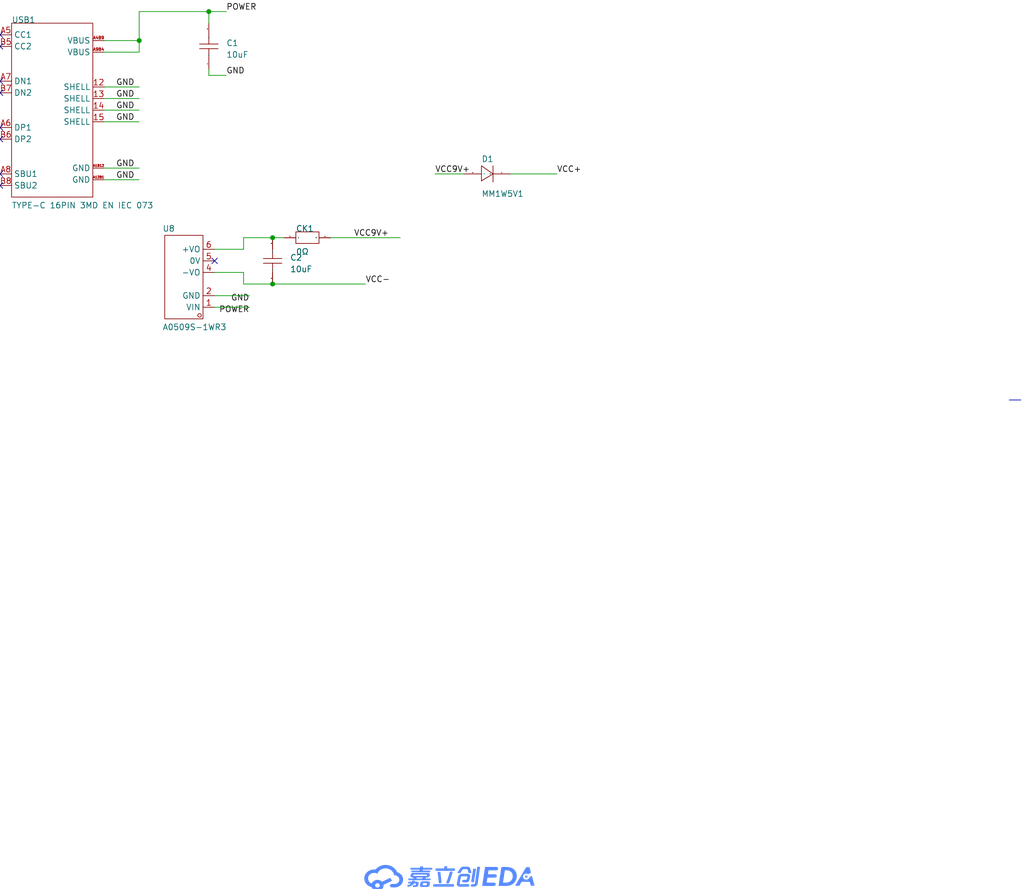
<source format=kicad_sch>
(kicad_sch
	(version 20231120)
	(generator "eeschema")
	(generator_version "8.0")
	(uuid "6d9a5773-7db1-4d81-9dbc-13a00766f17f")
	(paper "User" 224.206 194.742)
	(lib_symbols
		(symbol "Signal-blo-easyedapro:0Ω"
			(exclude_from_sim no)
			(in_bom yes)
			(on_board yes)
			(property "Reference" "U"
				(at 0 0 0)
				(effects
					(font
						(size 1.27 1.27)
					)
				)
			)
			(property "Value" ""
				(at 0 0 0)
				(effects
					(font
						(size 1.27 1.27)
					)
				)
			)
			(property "Footprint" "Signal-blo-easyedapro:R0603"
				(at 0 0 0)
				(effects
					(font
						(size 1.27 1.27)
					)
					(hide yes)
				)
			)
			(property "Datasheet" ""
				(at 0 0 0)
				(effects
					(font
						(size 1.27 1.27)
					)
					(hide yes)
				)
			)
			(property "Description" ""
				(at 0 0 0)
				(effects
					(font
						(size 1.27 1.27)
					)
					(hide yes)
				)
			)
			(property "Manufacturer Part" "0Ω"
				(at 0 0 0)
				(effects
					(font
						(size 1.27 1.27)
					)
					(hide yes)
				)
			)
			(property "Supplier Part" "C9900083234"
				(at 0 0 0)
				(effects
					(font
						(size 1.27 1.27)
					)
					(hide yes)
				)
			)
			(property "Supplier" "LCSC"
				(at 0 0 0)
				(effects
					(font
						(size 1.27 1.27)
					)
					(hide yes)
				)
			)
			(property "LCSC Part Name" "0Ω"
				(at 0 0 0)
				(effects
					(font
						(size 1.27 1.27)
					)
					(hide yes)
				)
			)
			(symbol "0Ω_1_0"
				(rectangle
					(start -2.54 -1.27)
					(end 2.54 1.27)
					(stroke
						(width 0)
						(type default)
					)
					(fill
						(type none)
					)
				)
				(pin unspecified line
					(at -5.08 0 0)
					(length 2.54)
					(name "1"
						(effects
							(font
								(size 0.0254 0.0254)
							)
						)
					)
					(number "1"
						(effects
							(font
								(size 0.0254 0.0254)
							)
						)
					)
				)
				(pin unspecified line
					(at 5.08 0 180)
					(length 2.54)
					(name "2"
						(effects
							(font
								(size 0.0254 0.0254)
							)
						)
					)
					(number "2"
						(effects
							(font
								(size 0.0254 0.0254)
							)
						)
					)
				)
			)
		)
		(symbol "Signal-blo-easyedapro:A0509S-1WR3_C5369385"
			(exclude_from_sim no)
			(in_bom yes)
			(on_board yes)
			(property "Reference" "U"
				(at 0 0 0)
				(effects
					(font
						(size 1.27 1.27)
					)
				)
			)
			(property "Value" ""
				(at 0 0 0)
				(effects
					(font
						(size 1.27 1.27)
					)
				)
			)
			(property "Footprint" "Signal-blo-easyedapro:PWRM-TH_A05XXS-1WR3"
				(at 0 0 0)
				(effects
					(font
						(size 1.27 1.27)
					)
					(hide yes)
				)
			)
			(property "Datasheet" "https://atta.szlcsc.com/upload/public/pdf/source/20230712/CE7059F6A87E500D281D8B0F754C5B41.pdf"
				(at 0 0 0)
				(effects
					(font
						(size 1.27 1.27)
					)
					(hide yes)
				)
			)
			(property "Description" "A0509S-1WR3 ---是小体积，高效率的微小功率，定电压输入，隔离非稳压正负双路输出，DC/DC 模块电源；该产品是专门针对板上电源系统中需要产生一组与输入电源隔离的电压的应用场合而设计的。该产品适用于：●输入电源的电压比较稳定（电压变化范围±10%Vin）；●输入输出之间要求隔离（隔离电压≤1500VDC）；●对输出电压稳定度要求不高的场合。；●典型应用：纯数字电路场合，一般低频模拟电路场合，继电器驱动电路，数据交换电路场合等;"
				(at 0 0 0)
				(effects
					(font
						(size 1.27 1.27)
					)
					(hide yes)
				)
			)
			(property "Manufacturer Part" "A0509S-1WR3"
				(at 0 0 0)
				(effects
					(font
						(size 1.27 1.27)
					)
					(hide yes)
				)
			)
			(property "Manufacturer" "YLPTEC(易川)"
				(at 0 0 0)
				(effects
					(font
						(size 1.27 1.27)
					)
					(hide yes)
				)
			)
			(property "Supplier Part" "C5369385"
				(at 0 0 0)
				(effects
					(font
						(size 1.27 1.27)
					)
					(hide yes)
				)
			)
			(property "Supplier" "LCSC"
				(at 0 0 0)
				(effects
					(font
						(size 1.27 1.27)
					)
					(hide yes)
				)
			)
			(property "LCSC Part Name" "A0509S-1WR3"
				(at 0 0 0)
				(effects
					(font
						(size 1.27 1.27)
					)
					(hide yes)
				)
			)
			(symbol "A0509S-1WR3_C5369385_1_0"
				(rectangle
					(start -2.54 -10.668)
					(end 5.842 7.62)
					(stroke
						(width 0)
						(type default)
					)
					(fill
						(type none)
					)
				)
				(circle
					(center -1.778 6.858)
					(radius 0.381)
					(stroke
						(width 0)
						(type default)
					)
					(fill
						(type none)
					)
				)
				(pin unspecified line
					(at -5.08 5.08 0)
					(length 2.54)
					(name "VIN"
						(effects
							(font
								(size 1.27 1.27)
							)
						)
					)
					(number "1"
						(effects
							(font
								(size 1.27 1.27)
							)
						)
					)
				)
				(pin unspecified line
					(at -5.08 2.54 0)
					(length 2.54)
					(name "GND"
						(effects
							(font
								(size 1.27 1.27)
							)
						)
					)
					(number "2"
						(effects
							(font
								(size 1.27 1.27)
							)
						)
					)
				)
				(pin unspecified line
					(at -5.08 -2.54 0)
					(length 2.54)
					(name "-VO"
						(effects
							(font
								(size 1.27 1.27)
							)
						)
					)
					(number "4"
						(effects
							(font
								(size 1.27 1.27)
							)
						)
					)
				)
				(pin unspecified line
					(at -5.08 -5.08 0)
					(length 2.54)
					(name "0V"
						(effects
							(font
								(size 1.27 1.27)
							)
						)
					)
					(number "5"
						(effects
							(font
								(size 1.27 1.27)
							)
						)
					)
				)
				(pin unspecified line
					(at -5.08 -7.62 0)
					(length 2.54)
					(name "+VO"
						(effects
							(font
								(size 1.27 1.27)
							)
						)
					)
					(number "6"
						(effects
							(font
								(size 1.27 1.27)
							)
						)
					)
				)
			)
		)
		(symbol "Signal-blo-easyedapro:Drawing-Symbol_A4"
			(exclude_from_sim no)
			(in_bom yes)
			(on_board yes)
			(property "Reference" ""
				(at 0 0 0)
				(effects
					(font
						(size 1.27 1.27)
					)
				)
			)
			(property "Value" ""
				(at 0 0 0)
				(effects
					(font
						(size 1.27 1.27)
					)
				)
			)
			(property "Footprint" "Signal-blo-easyedapro:"
				(at 0 0 0)
				(effects
					(font
						(size 1.27 1.27)
					)
					(hide yes)
				)
			)
			(property "Datasheet" ""
				(at 0 0 0)
				(effects
					(font
						(size 1.27 1.27)
					)
					(hide yes)
				)
			)
			(property "Description" ""
				(at 0 0 0)
				(effects
					(font
						(size 1.27 1.27)
					)
					(hide yes)
				)
			)
			(symbol "Drawing-Symbol_A4_0_0"
				(polyline
					(pts
						(xy 146.9783 10.146) (xy 146.976 10.1327) (xy 146.973 10.1197) (xy 146.9695 10.1069) (xy 146.9653 10.0944)
						(xy 146.9605 10.082) (xy 146.9552 10.07) (xy 146.9493 10.0583) (xy 146.9428 10.0468) (xy 146.9358 10.0356)
						(xy 146.9283 10.0248) (xy 146.9203 10.0143) (xy 146.9118 10.0042) (xy 146.9029 9.9944) (xy 146.8935 9.985)
						(xy 146.8836 9.976) (xy 146.8733 9.9673) (xy 146.8627 9.9591) (xy 146.8516 9.9514) (xy 146.8402 9.9441)
						(xy 146.8284 9.9372) (xy 146.8163 9.9308) (xy 146.8038 9.9249) (xy 146.7911 9.9195) (xy 146.778 9.9146)
						(xy 146.7647 9.9102) (xy 146.7511 9.9064) (xy 146.7373 9.9031) (xy 146.7233 9.9004) (xy 146.709 9.8983)
						(xy 146.6945 9.8967) (xy 146.6799 9.8958) (xy 146.6651 9.8955) (xy 146.6547 9.8955) (xy 146.6398 9.8959)
						(xy 146.625 9.897) (xy 146.6102 9.899) (xy 146.5956 9.9016) (xy 146.5811 9.905) (xy 146.5668 9.9091)
						(xy 146.5528 9.9138) (xy 146.5391 9.9192) (xy 146.5256 9.9252) (xy 146.5125 9.9318) (xy 146.4999 9.939)
						(xy 146.4876 9.9467) (xy 146.4758 9.955) (xy 146.4646 9.9638) (xy 146.4539 9.973) (xy 146.4438 9.9828)
						(xy 146.434 9.9933) (xy 146.4249 10.0043) (xy 146.4166 10.0158) (xy 146.4089 10.0275) (xy 146.402 10.0397)
						(xy 146.3958 10.0521) (xy 146.3904 10.0648) (xy 146.3856 10.0777) (xy 146.3816 10.0907) (xy 146.3782 10.1039)
						(xy 146.3756 10.1173) (xy 146.3736 10.1306) (xy 146.3724 10.144) (xy 146.3718 10.1574) (xy 146.372 10.1707)
						(xy 146.3728 10.1839) (xy 146.7925 12.8714) (xy 147.4021 12.8714) (xy 146.9783 10.146)
					)
					(stroke
						(width -0.0001)
						(type solid)
					)
					(fill
						(type color)
						(color 85 136 255 1)
					)
				)
				(polyline
					(pts
						(xy 142.3185 12.2147) (xy 142.3164 12.209) (xy 142.2175 11.9012) (xy 142.1192 11.5812) (xy 141.9194 10.9313)
						(xy 141.8159 10.6145) (xy 141.7083 10.3119) (xy 141.5958 10.0302) (xy 141.5373 9.8992) (xy 141.4771 9.7759)
						(xy 141.4663 9.7575) (xy 141.4542 9.7399) (xy 141.4409 9.7233) (xy 141.4266 9.7077) (xy 141.4112 9.693)
						(xy 141.3948 9.6794) (xy 141.3775 9.667) (xy 141.3594 9.6556) (xy 141.3405 9.6454) (xy 141.321 9.6365)
						(xy 141.3008 9.6288) (xy 141.2801 9.6224) (xy 141.2589 9.6174) (xy 141.2373 9.6137) (xy 141.2154 9.6115)
						(xy 141.1932 9.6108) (xy 141.1838 9.6109) (xy 141.1744 9.6115) (xy 141.165 9.6123) (xy 141.1556 9.6134)
						(xy 141.1462 9.6148) (xy 141.1368 9.6164) (xy 141.1274 9.6182) (xy 141.118 9.6203) (xy 141.0867 9.6279)
						(xy 141.0732 9.6328) (xy 141.0602 9.6382) (xy 141.0476 9.6442) (xy 141.0355 9.6508) (xy 141.0239 9.6578)
						(xy 141.0127 9.6653) (xy 141.0021 9.6733) (xy 140.992 9.6817) (xy 140.9823 9.6905) (xy 140.9732 9.6998)
						(xy 140.9647 9.7094) (xy 140.9566 9.7194) (xy 140.9492 9.7297) (xy 140.9422 9.7404) (xy 140.9359 9.7514)
						(xy 140.9301 9.7626) (xy 140.9242 9.7755) (xy 140.9192 9.7886) (xy 140.9148 9.8019) (xy 140.9113 9.8153)
						(xy 140.9086 9.8289) (xy 140.9066 9.8425) (xy 140.9055 9.8561) (xy 140.9051 9.8698) (xy 140.9055 9.8835)
						(xy 140.9066 9.8972) (xy 140.9086 9.9108) (xy 140.9113 9.9243) (xy 140.9148 9.9378) (xy 140.9192 9.951)
						(xy 140.9242 9.9642) (xy 140.9301 9.9771) (xy 140.9842 10.088) (xy 141.0368 10.2068) (xy 141.1382 10.4644)
						(xy 141.2355 10.7434) (xy 141.3297 11.0373) (xy 141.5129 11.6433) (xy 141.604 11.9423) (xy 141.6963 12.2299)
						(xy 142.3226 12.2299) (xy 142.3185 12.2147)
					)
					(stroke
						(width -0.0001)
						(type solid)
					)
					(fill
						(type color)
						(color 85 136 255 1)
					)
				)
				(polyline
					(pts
						(xy 139.8445 9.9733) (xy 139.8455 9.9609) (xy 139.8459 9.9485) (xy 139.8456 9.9362) (xy 139.8447 9.9241)
						(xy 139.8432 9.912) (xy 139.841 9.9001) (xy 139.8383 9.8883) (xy 139.835 9.8766) (xy 139.8311 9.8652)
						(xy 139.8266 9.8539) (xy 139.8216 9.8428) (xy 139.816 9.8319) (xy 139.8099 9.8213) (xy 139.8033 9.8109)
						(xy 139.7962 9.8007) (xy 139.7886 9.7908) (xy 139.7806 9.7812) (xy 139.7721 9.7719) (xy 139.7631 9.763)
						(xy 139.7536 9.7543) (xy 139.7438 9.746) (xy 139.7335 9.738) (xy 139.7229 9.7304) (xy 139.7118 9.7232)
						(xy 139.7004 9.7164) (xy 139.6885 9.71) (xy 139.6764 9.704) (xy 139.6639 9.6985) (xy 139.651 9.6934)
						(xy 139.6379 9.6888) (xy 139.6244 9.6846) (xy 139.6107 9.681) (xy 139.6044 9.6791) (xy 139.5966 9.6778)
						(xy 139.5888 9.6766) (xy 139.5809 9.6756) (xy 139.5731 9.6748) (xy 139.5653 9.6742) (xy 139.5574 9.6738)
						(xy 139.5496 9.6735) (xy 139.5418 9.6734) (xy 139.5287 9.6736) (xy 139.5159 9.6744) (xy 139.5032 9.6756)
						(xy 139.4907 9.6772) (xy 139.4784 9.6794) (xy 139.4664 9.6819) (xy 139.4546 9.6849) (xy 139.443 9.6884)
						(xy 139.4316 9.6922) (xy 139.4206 9.6965) (xy 139.4098 9.7012) (xy 139.3993 9.7063) (xy 139.3891 9.7118)
						(xy 139.3792 9.7177) (xy 139.3696 9.724) (xy 139.3604 9.7306) (xy 139.3515 9.7376) (xy 139.343 9.7449)
						(xy 139.3349 9.7526) (xy 139.3271 9.7606) (xy 139.3197 9.769) (xy 139.3128 9.7776) (xy 139.3063 9.7866)
						(xy 139.3002 9.7959) (xy 139.2945 9.8055) (xy 139.2893 9.8154) (xy 139.2846 9.8255) (xy 139.2803 9.836)
						(xy 139.2765 9.8467) (xy 139.2733 9.8576) (xy 139.2705 9.8688) (xy 139.2683 9.8803) (xy 139.2683 9.8898)
						(xy 139.0011 12.1844) (xy 139.0011 12.1863) (xy 139.5919 12.1863) (xy 139.8445 9.9733)
					)
					(stroke
						(width -0.0001)
						(type solid)
					)
					(fill
						(type color)
						(color 85 136 255 1)
					)
				)
				(polyline
					(pts
						(xy 142.3562 9.5079) (xy 142.3709 9.5068) (xy 142.3853 9.505) (xy 142.3996 9.5024) (xy 142.4136 9.4992)
						(xy 142.4275 9.4953) (xy 142.4411 9.4907) (xy 142.4544 9.4855) (xy 142.4675 9.4797) (xy 142.4803 9.4733)
						(xy 142.4928 9.4662) (xy 142.5049 9.4586) (xy 142.5168 9.4505) (xy 142.5283 9.4418) (xy 142.5394 9.4326)
						(xy 142.5502 9.4229) (xy 142.5597 9.4123) (xy 142.5685 9.4014) (xy 142.5766 9.39) (xy 142.5841 9.3783)
						(xy 142.5909 9.3662) (xy 142.597 9.3538) (xy 142.6024 9.3412) (xy 142.6071 9.3282) (xy 142.611 9.315)
						(xy 142.6142 9.3016) (xy 142.6166 9.288) (xy 142.6183 9.2742) (xy 142.6192 9.2603) (xy 142.6193 9.2462)
						(xy 142.6185 9.2321) (xy 142.617 9.2179) (xy 142.6149 9.2046) (xy 142.6126 9.1915) (xy 142.6097 9.1787)
						(xy 142.6061 9.166) (xy 142.6019 9.1535) (xy 142.5971 9.1413) (xy 142.5917 9.1293) (xy 142.5858 9.1176)
						(xy 142.5793 9.1062) (xy 142.5722 9.0951) (xy 142.5647 9.0843) (xy 142.5567 9.0738) (xy 142.5482 9.0636)
						(xy 142.5392 9.0538) (xy 142.5298 9.0444) (xy 142.52 9.0353) (xy 142.5097 9.0267) (xy 142.4991 9.0184)
						(xy 142.4882 9.0106) (xy 142.4768 9.0032) (xy 142.4652 8.9963) (xy 142.4532 8.9899) (xy 142.4409 8.9839)
						(xy 142.4284 8.9784) (xy 142.4156 8.9735) (xy 142.4025 8.9691) (xy 142.3892 8.9652) (xy 142.3758 8.9618)
						(xy 142.3621 8.9591) (xy 142.3483 8.9569) (xy 142.3343 8.9554) (xy 142.3202 8.9544) (xy 142.3059 8.9541)
						(xy 138.1576 8.9541) (xy 138.1502 8.9543) (xy 138.143 8.9548) (xy 138.1358 8.9556) (xy 138.1288 8.9567)
						(xy 138.122 8.9582) (xy 138.1152 8.96) (xy 138.1087 8.962) (xy 138.1023 8.9643) (xy 138.0961 8.9669)
						(xy 138.09 8.9698) (xy 138.0842 8.9729) (xy 138.0785 8.9763) (xy 138.073 8.9799) (xy 138.0678 8.9837)
						(xy 138.0627 8.9878) (xy 138.0579 8.992) (xy 138.0533 8.9965) (xy 138.049 9.0012) (xy 138.0449 9.006)
						(xy 138.0411 9.011) (xy 138.0375 9.0162) (xy 138.0342 9.0215) (xy 138.0312 9.0269) (xy 138.0284 9.0326)
						(xy 138.026 9.0383) (xy 138.0238 9.0441) (xy 138.022 9.0501) (xy 138.0205 9.0562) (xy 138.0193 9.0623)
						(xy 138.0184 9.0686) (xy 138.0179 9.0749) (xy 138.0177 9.0812) (xy 138.0177 9.0831) (xy 138.0156 9.0831)
						(xy 138.0595 9.5083) (xy 142.3414 9.5083) (xy 142.3562 9.5079)
					)
					(stroke
						(width -0.0001)
						(type solid)
					)
					(fill
						(type color)
						(color 85 136 255 1)
					)
				)
				(polyline
					(pts
						(xy 159.4399 12.0041) (xy 158.8178 11.6928) (xy 158.7955 11.7067) (xy 158.7727 11.7197) (xy 158.7492 11.732)
						(xy 158.7252 11.7435) (xy 158.7007 11.7542) (xy 158.6757 11.764) (xy 158.6501 11.773) (xy 158.6241 11.7811)
						(xy 158.5977 11.7883) (xy 158.5708 11.7946) (xy 158.5436 11.7999) (xy 158.5159 11.8044) (xy 158.488 11.8078)
						(xy 158.4597 11.8103) (xy 158.4311 11.8119) (xy 158.4023 11.8124) (xy 158.3649 11.8115) (xy 158.3281 11.809)
						(xy 158.2917 11.8048) (xy 158.256 11.7989) (xy 158.2209 11.7916) (xy 158.1864 11.7826) (xy 158.1527 11.7723)
						(xy 158.1197 11.7604) (xy 158.0875 11.7472) (xy 158.0562 11.7326) (xy 158.0257 11.7167) (xy 157.9963 11.6995)
						(xy 157.9678 11.681) (xy 157.9403 11.6614) (xy 157.914 11.6407) (xy 157.8887 11.6188) (xy 157.8647 11.5958)
						(xy 157.8418 11.5719) (xy 157.8202 11.5469) (xy 157.8 11.521) (xy 157.781 11.4942) (xy 157.7635 11.4666)
						(xy 157.7475 11.4381) (xy 157.7329 11.4088) (xy 157.7199 11.3788) (xy 157.7085 11.3482) (xy 157.6987 11.3168)
						(xy 157.6905 11.2849) (xy 157.6842 11.2524) (xy 157.6795 11.2194) (xy 157.6767 11.1858) (xy 157.6758 11.1519)
						(xy 157.6767 11.1179) (xy 157.6795 11.0844) (xy 157.6842 11.0514) (xy 157.6905 11.0189) (xy 157.6987 10.987)
						(xy 157.7085 10.9556) (xy 157.7199 10.9249) (xy 157.7329 10.895) (xy 157.7475 10.8657) (xy 157.7635 10.8372)
						(xy 157.781 10.8096) (xy 157.8 10.7828) (xy 157.8202 10.7569) (xy 157.8418 10.7319) (xy 157.8647 10.7079)
						(xy 157.8887 10.685) (xy 157.914 10.6631) (xy 157.9403 10.6424) (xy 157.9678 10.6227) (xy 157.9963 10.6043)
						(xy 158.0257 10.5871) (xy 158.0562 10.5712) (xy 158.0875 10.5566) (xy 158.1197 10.5434) (xy 158.1527 10.5315)
						(xy 158.1864 10.5211) (xy 158.2209 10.5122) (xy 158.256 10.5048) (xy 158.2917 10.499) (xy 158.3281 10.4948)
						(xy 158.3649 10.4923) (xy 158.4023 10.4914) (xy 158.4371 10.4922) (xy 158.4715 10.4944) (xy 158.5055 10.4981)
						(xy 158.5389 10.5031) (xy 158.5718 10.5096) (xy 158.6042 10.5174) (xy 158.6359 10.5265) (xy 158.6669 10.5369)
						(xy 158.6973 10.5485) (xy 158.727 10.5613) (xy 158.7559 10.5753) (xy 158.7841 10.5904) (xy 158.8114 10.6066)
						(xy 158.8378 10.6239) (xy 158.8634 10.6422) (xy 158.888 10.6615) (xy 158.9116 10.6818) (xy 158.9342 10.703)
						(xy 158.9558 10.7251) (xy 158.9763 10.748) (xy 158.9957 10.7718) (xy 159.0139 10.7964) (xy 159.0309 10.8217)
						(xy 159.0467 10.8477) (xy 159.0613 10.8744) (xy 159.0745 10.9018) (xy 159.0864 10.9298) (xy 159.097 10.9584)
						(xy 159.1061 10.9875) (xy 159.1138 11.0172) (xy 159.12 11.0473) (xy 159.1247 11.0779) (xy 159.6257 11.3284)
						(xy 160.2249 9.1534) (xy 159.4065 9.1534) (xy 159.1685 10.0207) (xy 157.3877 10.0207) (xy 156.8783 9.1534)
						(xy 155.9701 9.1534) (xy 158.394 13.232) (xy 159.1038 13.232) (xy 159.4399 12.0041)
					)
					(stroke
						(width -0.0001)
						(type solid)
					)
					(fill
						(type color)
						(color 85 136 255 1)
					)
				)
				(polyline
					(pts
						(xy 158.4338 11.4201) (xy 158.4481 11.419) (xy 158.4622 11.4172) (xy 158.476 11.4148) (xy 158.4896 11.4118)
						(xy 158.5029 11.4082) (xy 158.516 11.4041) (xy 158.5287 11.3994) (xy 158.5412 11.3941) (xy 158.5532 11.3883)
						(xy 158.565 11.3821) (xy 158.5763 11.3753) (xy 158.5873 11.368) (xy 158.5979 11.3603) (xy 158.608 11.3522)
						(xy 158.6177 11.3436) (xy 158.6269 11.3346) (xy 158.6357 11.3252) (xy 158.6439 11.3155) (xy 158.6516 11.3053)
						(xy 158.6589 11.2949) (xy 158.6655 11.2841) (xy 158.6716 11.273) (xy 158.6771 11.2616) (xy 158.682 11.2499)
						(xy 158.6863 11.2379) (xy 158.69 11.2258) (xy 158.693 11.2133) (xy 158.6953 11.2007) (xy 158.6969 11.1878)
						(xy 158.6979 11.1748) (xy 158.6981 11.1616) (xy 158.6976 11.1485) (xy 158.6963 11.1355) (xy 158.6944 11.1227)
						(xy 158.6918 11.1101) (xy 158.6885 11.0977) (xy 158.6845 11.0856) (xy 158.68 11.0737) (xy 158.6748 11.0621)
						(xy 158.669 11.0508) (xy 158.6627 11.0398) (xy 158.6557 11.0292) (xy 158.6483 11.0189) (xy 158.6403 11.0089)
						(xy 158.6318 10.9993) (xy 158.6229 10.9901) (xy 158.6134 10.9813) (xy 158.6035 10.9729) (xy 158.5932 10.9649)
						(xy 158.5825 10.9574) (xy 158.5714 10.9504) (xy 158.5598 10.9438) (xy 158.548 10.9378) (xy 158.5358 10.9322)
						(xy 158.5232 10.9272) (xy 158.5104 10.9228) (xy 158.4972 10.9189) (xy 158.4838 10.9156) (xy 158.4701 10.9128)
						(xy 158.4562 10.9107) (xy 158.4421 10.9092) (xy 158.4278 10.9084) (xy 158.4133 10.9082) (xy 158.3988 10.9086)
						(xy 158.3845 10.9098) (xy 158.3704 10.9115) (xy 158.3565 10.9139) (xy 158.3429 10.9169) (xy 158.3296 10.9205)
						(xy 158.3166 10.9247) (xy 158.3038 10.9294) (xy 158.2914 10.9346) (xy 158.2793 10.9404) (xy 158.2676 10.9467)
						(xy 158.2562 10.9534) (xy 158.2453 10.9607) (xy 158.2347 10.9684) (xy 158.2246 10.9766) (xy 158.2149 10.9851)
						(xy 158.2057 10.9941) (xy 158.1969 11.0035) (xy 158.1887 11.0133) (xy 158.1809 11.0234) (xy 158.1737 11.0338)
						(xy 158.1671 11.0446) (xy 158.161 11.0557) (xy 158.1554 11.0672) (xy 158.1505 11.0788) (xy 158.1462 11.0908)
						(xy 158.1426 11.103) (xy 158.1396 11.1154) (xy 158.1373 11.128) (xy 158.1356 11.1409) (xy 158.1347 11.1539)
						(xy 158.1345 11.1671) (xy 158.135 11.1803) (xy 158.1362 11.1933) (xy 158.1382 11.2061) (xy 158.1408 11.2187)
						(xy 158.1441 11.231) (xy 158.148 11.2432) (xy 158.1526 11.255) (xy 158.1578 11.2666) (xy 158.1636 11.2779)
						(xy 158.1699 11.2889) (xy 158.1768 11.2995) (xy 158.1843 11.3099) (xy 158.1922 11.3198) (xy 158.2007 11.3294)
						(xy 158.2097 11.3386) (xy 158.2191 11.3474) (xy 158.229 11.3558) (xy 158.2393 11.3638) (xy 158.2501 11.3713)
						(xy 158.2612 11.3783) (xy 158.2727 11.3849) (xy 158.2846 11.3909) (xy 158.2968 11.3965) (xy 158.3093 11.4015)
						(xy 158.3222 11.4059) (xy 158.3353 11.4099) (xy 158.3488 11.4132) (xy 158.3624 11.4159) (xy 158.3763 11.418)
						(xy 158.3905 11.4195) (xy 158.4048 11.4204) (xy 158.4193 11.4206) (xy 158.4338 11.4201)
					)
					(stroke
						(width -0.0001)
						(type solid)
					)
					(fill
						(type color)
						(color 85 136 255 1)
					)
				)
				(polyline
					(pts
						(xy 147.7653 9.6354) (xy 147.7561 9.5831) (xy 147.7432 9.532) (xy 147.7269 9.4824) (xy 147.7072 9.4344)
						(xy 147.6842 9.388) (xy 147.6581 9.3433) (xy 147.6288 9.3005) (xy 147.5965 9.2597) (xy 147.5613 9.2208)
						(xy 147.5233 9.1842) (xy 147.4825 9.1497) (xy 147.4392 9.1177) (xy 147.3933 9.088) (xy 147.3449 9.0609)
						(xy 147.2942 9.0365) (xy 147.2413 9.0148) (xy 147.2236 9.0073) (xy 147.2058 9.0002) (xy 147.1878 8.9937)
						(xy 147.1696 8.9877) (xy 147.1512 8.9822) (xy 147.1326 8.9773) (xy 147.1139 8.9728) (xy 147.0949 8.9688)
						(xy 147.0757 8.9653) (xy 147.0563 8.9623) (xy 147.0366 8.9598) (xy 147.0167 8.9577) (xy 146.9966 8.9561)
						(xy 146.9761 8.955) (xy 146.9554 8.9543) (xy 146.9344 8.9541) (xy 146.519 8.9541) (xy 146.5041 8.9545)
						(xy 146.4893 8.9557) (xy 146.4745 8.9576) (xy 146.4599 8.9603) (xy 146.4454 8.9636) (xy 146.4311 8.9677)
						(xy 146.4171 8.9724) (xy 146.4034 8.9778) (xy 146.3899 8.9838) (xy 146.3768 8.9904) (xy 146.3642 8.9976)
						(xy 146.3519 9.0053) (xy 146.3401 9.0136) (xy 146.3289 9.0224) (xy 146.3182 9.0317) (xy 146.3081 9.0414)
						(xy 146.2986 9.0519) (xy 146.2898 9.0628) (xy 146.2817 9.0741) (xy 146.2742 9.0857) (xy 146.2674 9.0976)
						(xy 146.2613 9.1098) (xy 146.2559 9.1223) (xy 146.2512 9.1351) (xy 146.2473 9.1481) (xy 146.2441 9.1614)
						(xy 146.2416 9.1748) (xy 146.24 9.1885) (xy 146.2391 9.2023) (xy 146.239 9.2162) (xy 146.2397 9.2303)
						(xy 146.2413 9.2445) (xy 146.2434 9.254) (xy 146.2457 9.267) (xy 146.2486 9.2799) (xy 146.2523 9.2926)
						(xy 146.2565 9.305) (xy 146.2613 9.3173) (xy 146.2668 9.3292) (xy 146.2728 9.3409) (xy 146.2794 9.3524)
						(xy 146.2865 9.3635) (xy 146.2941 9.3743) (xy 146.3023 9.3848) (xy 146.3109 9.3949) (xy 146.32 9.4047)
						(xy 146.3295 9.4142) (xy 146.3395 9.4232) (xy 146.3499 9.4319) (xy 146.3606 9.4401) (xy 146.3717 9.448)
						(xy 146.3832 9.4553) (xy 146.3951 9.4622) (xy 146.4072 9.4687) (xy 146.4197 9.4747) (xy 146.4324 9.4801)
						(xy 146.4454 9.4851) (xy 146.4586 9.4895) (xy 146.4721 9.4934) (xy 146.4857 9.4967) (xy 146.4996 9.4995)
						(xy 146.5136 9.5016) (xy 146.5278 9.5032) (xy 146.5421 9.5042) (xy 146.5565 9.5045) (xy 146.972 9.5045)
						(xy 146.9813 9.5047) (xy 146.9903 9.5052) (xy 146.9991 9.5061) (xy 147.0077 9.5074) (xy 147.0162 9.509)
						(xy 147.0244 9.511) (xy 147.0325 9.5134) (xy 147.0404 9.5161) (xy 147.0481 9.5192) (xy 147.0557 9.5227)
						(xy 147.0632 9.5266) (xy 147.0706 9.5309) (xy 147.0779 9.5356) (xy 147.0851 9.5406) (xy 147.0923 9.5461)
						(xy 147.0993 9.5519) (xy 147.1066 9.5591) (xy 147.1135 9.5665) (xy 147.1201 9.574) (xy 147.1263 9.5816)
						(xy 147.1321 9.5894) (xy 147.1376 9.5972) (xy 147.1427 9.6052) (xy 147.1474 9.6131) (xy 147.1517 9.6212)
						(xy 147.1556 9.6292) (xy 147.1591 9.6373) (xy 147.1622 9.6453) (xy 147.1649 9.6534) (xy 147.1671 9.6614)
						(xy 147.1689 9.6693) (xy 147.1703 9.6772) (xy 147.686 13.3098) (xy 148.2893 13.3098) (xy 147.7653 9.6354)
					)
					(stroke
						(width -0.0001)
						(type solid)
					)
					(fill
						(type color)
						(color 85 136 255 1)
					)
				)
				(polyline
					(pts
						(xy 141.0303 12.9587) (xy 142.5439 12.9587) (xy 142.5599 12.9584) (xy 142.5756 12.9573) (xy 142.5911 12.9555)
						(xy 142.6063 12.9531) (xy 142.6212 12.9499) (xy 142.6358 12.946) (xy 142.6501 12.9414) (xy 142.664 12.9362)
						(xy 142.6775 12.9302) (xy 142.6906 12.9236) (xy 142.7032 12.9163) (xy 142.7154 12.9083) (xy 142.7271 12.8996)
						(xy 142.7382 12.8902) (xy 142.7489 12.8802) (xy 142.759 12.8695) (xy 142.7684 12.859) (xy 142.7772 12.8481)
						(xy 142.7852 12.8368) (xy 142.7926 12.8252) (xy 142.7992 12.8133) (xy 142.8051 12.801) (xy 142.8103 12.7884)
						(xy 142.8148 12.7756) (xy 142.8185 12.7625) (xy 142.8216 12.7491) (xy 142.8238 12.7355) (xy 142.8253 12.7217)
						(xy 142.8261 12.7076) (xy 142.826 12.6934) (xy 142.8252 12.6791) (xy 142.8237 12.6645) (xy 142.8237 12.6607)
						(xy 142.8214 12.6477) (xy 142.8185 12.6348) (xy 142.8149 12.6222) (xy 142.8107 12.6098) (xy 142.806 12.5977)
						(xy 142.8006 12.5858) (xy 142.7947 12.5742) (xy 142.7883 12.5629) (xy 142.7813 12.552) (xy 142.7738 12.5413)
						(xy 142.7657 12.531) (xy 142.7573 12.521) (xy 142.7483 12.5113) (xy 142.7389 12.5021) (xy 142.729 12.4932)
						(xy 142.7188 12.4847) (xy 142.7081 12.4766) (xy 142.697 12.469) (xy 142.6856 12.4618) (xy 142.6738 12.4551)
						(xy 142.6617 12.4488) (xy 142.6493 12.443) (xy 142.6365 12.4376) (xy 142.6235 12.4328) (xy 142.6101 12.4285)
						(xy 142.5965 12.4248) (xy 142.5827 12.4215) (xy 142.5687 12.4189) (xy 142.5544 12.4168) (xy 142.54 12.4152)
						(xy 142.5253 12.4143) (xy 142.5105 12.414) (xy 138.6733 12.414) (xy 138.6733 12.4159) (xy 138.6661 12.4163)
						(xy 138.659 12.4169) (xy 138.652 12.4179) (xy 138.6452 12.4191) (xy 138.6385 12.4207) (xy 138.6319 12.4225)
						(xy 138.6254 12.4246) (xy 138.6192 12.427) (xy 138.613 12.4296) (xy 138.6071 12.4325) (xy 138.6013 12.4356)
						(xy 138.5957 12.439) (xy 138.5903 12.4426) (xy 138.5852 12.4464) (xy 138.5802 12.4504) (xy 138.5754 12.4546)
						(xy 138.5709 12.459) (xy 138.5666 12.4636) (xy 138.5625 12.4684) (xy 138.5587 12.4733) (xy 138.5552 12.4784)
						(xy 138.5519 12.4837) (xy 138.5489 12.4891) (xy 138.5462 12.4946) (xy 138.5437 12.5003) (xy 138.5416 12.5061)
						(xy 138.5398 12.512) (xy 138.5382 12.5181) (xy 138.5371 12.5242) (xy 138.5362 12.5304) (xy 138.5357 12.5367)
						(xy 138.5355 12.5431) (xy 138.5355 12.5499) (xy 138.5356 12.5531) (xy 138.5358 12.5561) (xy 138.536 12.5591)
						(xy 138.5362 12.5606) (xy 138.5364 12.562) (xy 138.5366 12.5635) (xy 138.5369 12.5649) (xy 138.5372 12.5663)
						(xy 138.5376 12.5677) (xy 138.5772 12.9568) (xy 140.4228 12.9587) (xy 140.4917 13.325) (xy 140.4926 13.331)
						(xy 140.4938 13.3369) (xy 140.4953 13.3427) (xy 140.4971 13.3484) (xy 140.4991 13.3539) (xy 140.5014 13.3593)
						(xy 140.5039 13.3646) (xy 140.5067 13.3697) (xy 140.5097 13.3747) (xy 140.513 13.3796) (xy 140.5165 13.3843)
						(xy 140.5201 13.3888) (xy 140.524 13.3932) (xy 140.5281 13.3974) (xy 140.5324 13.4014) (xy 140.5368 13.4052)
						(xy 140.5415 13.4089) (xy 140.5463 13.4123) (xy 140.5513 13.4155) (xy 140.5564 13.4186) (xy 140.5617 13.4214)
						(xy 140.5671 13.424) (xy 140.5726 13.4264) (xy 140.5783 13.4286) (xy 140.5841 13.4305) (xy 140.59 13.4322)
						(xy 140.596 13.4336) (xy 140.6021 13.4348) (xy 140.6083 13.4358) (xy 140.6146 13.4365) (xy 140.621 13.4369)
						(xy 140.6274 13.437) (xy 141.1097 13.437) (xy 141.0303 12.9587)
					)
					(stroke
						(width -0.0001)
						(type solid)
					)
					(fill
						(type color)
						(color 85 136 255 1)
					)
				)
				(polyline
					(pts
						(xy 133.9675 10.0549) (xy 134.4623 10.0549) (xy 134.4906 10.0545) (xy 134.5177 10.0533) (xy 134.5438 10.0514)
						(xy 134.5687 10.0486) (xy 134.5926 10.0451) (xy 134.6154 10.0408) (xy 134.6372 10.0357) (xy 134.6578 10.0297)
						(xy 134.6774 10.023) (xy 134.6959 10.0155) (xy 134.7134 10.0072) (xy 134.7298 9.998) (xy 134.7451 9.9881)
						(xy 134.7593 9.9773) (xy 134.7725 9.9657) (xy 134.7846 9.9533) (xy 134.7957 9.9401) (xy 134.8057 9.9261)
						(xy 134.8147 9.9112) (xy 134.8226 9.8955) (xy 134.8294 9.8789) (xy 134.8352 9.8616) (xy 134.84 9.8433)
						(xy 134.8437 9.8243) (xy 134.8464 9.8044) (xy 134.848 9.7836) (xy 134.8486 9.762) (xy 134.8482 9.7396)
						(xy 134.8467 9.7162) (xy 134.8442 9.6921) (xy 134.8406 9.667) (xy 134.836 9.6411) (xy 134.7692 9.2881)
						(xy 134.7663 9.2625) (xy 134.7626 9.2379) (xy 134.758 9.2143) (xy 134.7527 9.1918) (xy 134.7465 9.1702)
						(xy 134.7394 9.1496) (xy 134.7315 9.1299) (xy 134.7228 9.1112) (xy 134.7131 9.0934) (xy 134.7026 9.0765)
						(xy 134.6912 9.0605) (xy 134.6788 9.0454) (xy 134.6655 9.0311) (xy 134.6513 9.0177) (xy 134.6361 9.0051)
						(xy 134.62 8.9932) (xy 134.6028 8.9822) (xy 134.5847 8.9719) (xy 134.5656 8.9624) (xy 134.5455 8.9536)
						(xy 134.5243 8.9455) (xy 134.5021 8.9381) (xy 134.4788 8.9314) (xy 134.4545 8.9254) (xy 134.4291 8.92)
						(xy 134.4026 8.9153) (xy 134.3463 8.9076) (xy 134.2856 8.9022) (xy 134.2202 8.899) (xy 133.5938 8.899)
						(xy 133.5938 9.2634) (xy 133.9822 9.2634) (xy 134.0112 9.264) (xy 134.0381 9.2657) (xy 134.063 9.2685)
						(xy 134.086 9.2723) (xy 134.107 9.2771) (xy 134.1262 9.2829) (xy 134.1438 9.2896) (xy 134.1596 9.2971)
						(xy 134.1739 9.3056) (xy 134.1867 9.3148) (xy 134.1981 9.3248) (xy 134.2082 9.3355) (xy 134.2171 9.3469)
						(xy 134.2247 9.359) (xy 134.2313 9.3717) (xy 134.2369 9.3849) (xy 134.264 9.495) (xy 134.2663 9.5039)
						(xy 134.268 9.5126) (xy 134.2692 9.521) (xy 134.2698 9.5291) (xy 134.2698 9.5369) (xy 134.2694 9.5444)
						(xy 134.2683 9.5517) (xy 134.2667 9.5587) (xy 134.2646 9.5654) (xy 134.2619 9.5718) (xy 134.2587 9.5779)
						(xy 134.2549 9.5838) (xy 134.2506 9.5893) (xy 134.2457 9.5946) (xy 134.2402 9.5996) (xy 134.2343 9.6044)
						(xy 134.2277 9.6088) (xy 134.2206 9.613) (xy 134.213 9.6168) (xy 134.2048 9.6204) (xy 134.1961 9.6237)
						(xy 134.1868 9.6267) (xy 134.1769 9.6295) (xy 134.1665 9.6319) (xy 134.1556 9.6341) (xy 134.1441 9.6359)
						(xy 134.1321 9.6375) (xy 134.1195 9.6388) (xy 134.1063 9.6398) (xy 134.0926 9.6406) (xy 134.0784 9.641)
						(xy 134.0636 9.6411) (xy 133.7964 9.6411) (xy 133.747 9.5746) (xy 133.6944 9.5116) (xy 133.6383 9.4519)
						(xy 133.5785 9.3953) (xy 133.5148 9.3416) (xy 133.4471 9.2906) (xy 133.375 9.2422) (xy 133.2984 9.1961)
						(xy 133.2172 9.1521) (xy 133.131 9.11) (xy 133.0398 9.0698) (xy 132.9432 9.031) (xy 132.8411 8.9936)
						(xy 132.7334 8.9574) (xy 132.6197 8.9221) (xy 132.4999 8.8877) (xy 132.3391 9.2521) (xy 132.4883 9.2951)
						(xy 132.6174 9.3348) (xy 132.6756 9.3541) (xy 132.7302 9.3734) (xy 132.7817 9.393) (xy 132.8305 9.4131)
						(xy 132.8772 9.4342) (xy 132.9221 9.4564) (xy 132.9658 9.48) (xy 133.0088 9.5053) (xy 133.0515 9.5327)
						(xy 133.0943 9.5624) (xy 133.1379 9.5946) (xy 133.1826 9.6297) (xy 132.5416 9.6297) (xy 132.6084 10.0435)
						(xy 133.3976 10.0435) (xy 133.3977 10.0461) (xy 133.3982 10.0495) (xy 133.3989 10.0537) (xy 133.4 10.0587)
						(xy 133.403 10.0709) (xy 133.4073 10.0857) (xy 133.4099 10.094) (xy 133.4128 10.1028) (xy 133.416 10.1122)
						(xy 133.4196 10.122) (xy 133.4235 10.1322) (xy 133.4278 10.1428) (xy 133.4323 10.1537) (xy 133.4373 10.165)
						(xy 133.4386 10.1696) (xy 133.4401 10.1741) (xy 133.4419 10.1785) (xy 133.4438 10.1828) (xy 133.446 10.187)
						(xy 133.4484 10.1912) (xy 133.451 10.1952) (xy 133.4538 10.1991) (xy 133.4568 10.2029) (xy 133.46 10.2066)
						(xy 133.4633 10.2102) (xy 133.4668 10.2137) (xy 133.4704 10.217) (xy 133.4742 10.2202) (xy 133.4781 10.2233)
						(xy 133.4822 10.2262) (xy 133.4863 10.2289) (xy 133.4906 10.2316) (xy 133.495 10.234) (xy 133.4995 10.2364)
						(xy 133.5041 10.2385) (xy 133.5087 10.2405) (xy 133.5135 10.2423) (xy 133.5183 10.244) (xy 133.5232 10.2454)
						(xy 133.5281 10.2467) (xy 133.5331 10.2478) (xy 133.5381 10.2487) (xy 133.5431 10.2494) (xy 133.5482 10.25)
						(xy 133.5533 10.2503) (xy 133.5584 10.2504) (xy 134.026 10.2504) (xy 133.9675 10.0549)
					)
					(stroke
						(width -0.0001)
						(type solid)
					)
					(fill
						(type color)
						(color 85 136 255 1)
					)
				)
				(polyline
					(pts
						(xy 153.8138 13.2729) (xy 153.9352 13.2704) (xy 154.0526 13.2662) (xy 154.1658 13.2602) (xy 154.275 13.2526)
						(xy 154.38 13.2433) (xy 154.481 13.2322) (xy 154.5778 13.2195) (xy 154.6706 13.205) (xy 154.7593 13.1888)
						(xy 154.844 13.1709) (xy 154.9245 13.1513) (xy 155.001 13.1299) (xy 155.0734 13.1069) (xy 155.1417 13.0821)
						(xy 155.206 13.0555) (xy 155.2675 13.0271) (xy 155.3276 12.9968) (xy 155.3863 12.9645) (xy 155.4435 12.9303)
						(xy 155.4993 12.894) (xy 155.5537 12.8559) (xy 155.6066 12.8158) (xy 155.658 12.7737) (xy 155.7079 12.7296)
						(xy 155.7564 12.6836) (xy 155.8034 12.6357) (xy 155.8489 12.5858) (xy 155.893 12.5339) (xy 155.9355 12.4801)
						(xy 155.9765 12.4243) (xy 156.016 12.3666) (xy 156.0536 12.3073) (xy 156.0887 12.2469) (xy 156.1215 12.1854)
						(xy 156.1518 12.1228) (xy 156.1798 12.059) (xy 156.2053 11.9941) (xy 156.2284 11.9281) (xy 156.2491 11.861)
						(xy 156.2673 11.7927) (xy 156.2832 11.7233) (xy 156.2966 11.6528) (xy 156.3076 11.5811) (xy 156.3161 11.5083)
						(xy 156.3222 11.4343) (xy 156.3259 11.3591) (xy 156.3271 11.2828) (xy 156.3258 11.2049) (xy 156.322 11.1277)
						(xy 156.3156 11.0512) (xy 156.3066 10.9754) (xy 156.2951 10.9004) (xy 156.281 10.826) (xy 156.2642 10.7524)
						(xy 156.2449 10.6795) (xy 156.2229 10.6074) (xy 156.1983 10.536) (xy 156.1711 10.4653) (xy 156.1413 10.3954)
						(xy 156.1087 10.3262) (xy 156.0735 10.2578) (xy 156.0357 10.1901) (xy 155.9952 10.1232) (xy 155.9533 10.0585)
						(xy 155.9101 9.996) (xy 155.8655 9.9357) (xy 155.8195 9.8777) (xy 155.772 9.8218) (xy 155.7232 9.7682)
						(xy 155.673 9.7169) (xy 155.6214 9.6677) (xy 155.5685 9.6208) (xy 155.5142 9.5761) (xy 155.4585 9.5336)
						(xy 155.4015 9.4933) (xy 155.3432 9.4553) (xy 155.2835 9.4195) (xy 155.2224 9.3859) (xy 155.1601 9.3545)
						(xy 155.0955 9.3252) (xy 155.0279 9.2978) (xy 154.9573 9.2722) (xy 154.8837 9.2485) (xy 154.807 9.2267)
						(xy 154.7272 9.2068) (xy 154.6444 9.1887) (xy 154.5585 9.1726) (xy 154.4696 9.1583) (xy 154.3776 9.1459)
						(xy 154.2826 9.1355) (xy 154.1845 9.1269) (xy 154.0833 9.1202) (xy 153.979 9.1154) (xy 153.8717 9.1126)
						(xy 153.7613 9.1116) (xy 152.3375 9.1116) (xy 152.4471 9.8404) (xy 153.3124 9.8404) (xy 153.5964 9.8404)
						(xy 153.7543 9.8421) (xy 153.9009 9.8471) (xy 153.9699 9.8508) (xy 154.0361 9.8552) (xy 154.0995 9.8605)
						(xy 154.16 9.8665) (xy 154.2177 9.8733) (xy 154.2726 9.8808) (xy 154.3246 9.8891) (xy 154.3738 9.8981)
						(xy 154.4201 9.9078) (xy 154.4636 9.9182) (xy 154.5043 9.9292) (xy 154.5421 9.941) (xy 154.5931 9.9592)
						(xy 154.6428 9.9791) (xy 154.6912 10.0005) (xy 154.7382 10.0236) (xy 154.784 10.0482) (xy 154.8284 10.0745)
						(xy 154.8716 10.1023) (xy 154.9134 10.1318) (xy 154.954 10.1628) (xy 154.9933 10.1955) (xy 155.0312 10.2297)
						(xy 155.0679 10.2656) (xy 155.1033 10.303) (xy 155.1374 10.3421) (xy 155.1703 10.3827) (xy 155.2018 10.425)
						(xy 155.2318 10.4683) (xy 155.2598 10.5129) (xy 155.286 10.5587) (xy 155.3101 10.6057) (xy 155.3324 10.654)
						(xy 155.3527 10.7035) (xy 155.371 10.7543) (xy 155.3874 10.8062) (xy 155.4017 10.8594) (xy 155.4141 10.9138)
						(xy 155.4245 10.9695) (xy 155.4329 11.0263) (xy 155.4392 11.0844) (xy 155.4435 11.1436) (xy 155.4458 11.2041)
						(xy 155.4461 11.2658) (xy 155.4454 11.3169) (xy 155.4433 11.3669) (xy 155.4399 11.416) (xy 155.4351 11.464)
						(xy 155.429 11.5109) (xy 155.4214 11.5569) (xy 155.4125 11.6017) (xy 155.4022 11.6456) (xy 155.3906 11.6884)
						(xy 155.3776 11.7302) (xy 155.3632 11.7709) (xy 155.3474 11.8105) (xy 155.3303 11.8491) (xy 155.3118 11.8866)
						(xy 155.2919 11.9231) (xy 155.2707 11.9585) (xy 155.2482 11.9929) (xy 155.2246 12.0262) (xy 155.1999 12.0586)
						(xy 155.1741 12.0899) (xy 155.1471 12.1202) (xy 155.119 12.1495) (xy 155.0899 12.1779) (xy 155.0596 12.2052)
						(xy 155.0282 12.2316) (xy 154.9957 12.257) (xy 154.9622 12.2815) (xy 154.9275 12.3049) (xy 154.8918 12.3275)
						(xy 154.8549 12.349) (xy 154.817 12.3697) (xy 154.778 12.3893) (xy 154.7373 12.4079) (xy 154.6949 12.4253)
						(xy 154.6509 12.4414) (xy 154.6053 12.4563) (xy 154.5581 12.47) (xy 154.5093 12.4824) (xy 154.4588 12.4937)
						(xy 154.4067 12.5037) (xy 154.3529 12.5125) (xy 154.2975 12.5202) (xy 154.2404 12.5266) (xy 154.1817 12.5319)
						(xy 154.1214 12.536) (xy 154.0594 12.5389) (xy 153.9957 12.5406) (xy 153.9304 12.5412) (xy 153.7154 12.5412)
						(xy 153.3124 9.8404) (xy 152.4471 9.8404) (xy 152.9638 13.2738) (xy 153.6882 13.2738) (xy 153.8138 13.2729)
					)
					(stroke
						(width -0.0001)
						(type solid)
					)
					(fill
						(type color)
						(color 85 136 255 1)
					)
				)
				(polyline
					(pts
						(xy 151.8718 13.2771) (xy 151.8924 13.2757) (xy 151.9126 13.2733) (xy 151.9326 13.2701) (xy 151.9521 13.2659)
						(xy 151.9714 13.261) (xy 151.9902 13.2551) (xy 152.0086 13.2485) (xy 152.0265 13.2411) (xy 152.044 13.2329)
						(xy 152.061 13.224) (xy 152.0774 13.2143) (xy 152.0934 13.204) (xy 152.1087 13.1929) (xy 152.1234 13.1812)
						(xy 152.1376 13.1689) (xy 152.151 13.156) (xy 152.1638 13.1425) (xy 152.1759 13.1284) (xy 152.1873 13.1137)
						(xy 152.1979 13.0986) (xy 152.2078 13.0829) (xy 152.2168 13.0668) (xy 152.225 13.0502) (xy 152.2324 13.0332)
						(xy 152.2389 13.0157) (xy 152.2445 12.9979) (xy 152.2492 12.9797) (xy 152.2529 12.9612) (xy 152.2557 12.9423)
						(xy 152.2574 12.9231) (xy 152.2581 12.9037) (xy 152.2576 12.8848) (xy 152.256 12.8661) (xy 152.2534 12.8477)
						(xy 152.2499 12.8296) (xy 152.2454 12.8118) (xy 152.2399 12.7943) (xy 152.2335 12.7772) (xy 152.2263 12.7605)
						(xy 152.2181 12.7442) (xy 152.2092 12.7283) (xy 152.1994 12.7129) (xy 152.1889 12.6979) (xy 152.1776 12.6835)
						(xy 152.1655 12.6696) (xy 152.1528 12.6562) (xy 152.1394 12.6434) (xy 152.1253 12.6312) (xy 152.1106 12.6197)
						(xy 152.0953 12.6087) (xy 152.0794 12.5984) (xy 152.063 12.5889) (xy 152.046 12.58) (xy 152.0286 12.5718)
						(xy 152.0106 12.5645) (xy 151.9922 12.5579) (xy 151.9734 12.5521) (xy 151.9542 12.5471) (xy 151.9346 12.543)
						(xy 151.9147 12.5397) (xy 151.8945 12.5374) (xy 151.8739 12.536) (xy 151.8531 12.5355) (xy 150.1412 12.5336)
						(xy 150.0096 11.67) (xy 151.6151 11.67) (xy 151.633 11.667) (xy 151.6505 11.6633) (xy 151.6678 11.6588)
						(xy 151.6848 11.6538) (xy 151.7014 11.648) (xy 151.7176 11.6416) (xy 151.7335 11.6346) (xy 151.749 11.627)
						(xy 151.764 11.6188) (xy 151.7787 11.61) (xy 151.7928 11.6007) (xy 151.8065 11.5909) (xy 151.8197 11.5805)
						(xy 151.8324 11.5696) (xy 151.8446 11.5583) (xy 151.8562 11.5464) (xy 151.8673 11.5341) (xy 151.8778 11.5214)
						(xy 151.8877 11.5083) (xy 151.8969 11.4948) (xy 151.9056 11.4809) (xy 151.9136 11.4666) (xy 151.9209 11.452)
						(xy 151.9275 11.437) (xy 151.9334 11.4218) (xy 151.9386 11.4062) (xy 151.943 11.3904) (xy 151.9467 11.3742)
						(xy 151.9495 11.3579) (xy 151.9516 11.3413) (xy 151.9529 11.3245) (xy 151.9533 11.3075) (xy 151.9528 11.2886)
						(xy 151.9512 11.2699) (xy 151.9486 11.2515) (xy 151.9451 11.2334) (xy 151.9405 11.2156) (xy 151.9351 11.1981)
						(xy 151.9287 11.181) (xy 151.9214 11.1643) (xy 151.9133 11.148) (xy 151.9044 11.1321) (xy 151.8946 11.1167)
						(xy 151.8841 11.1018) (xy 151.8728 11.0873) (xy 151.8607 11.0734) (xy 151.848 11.0601) (xy 151.8346 11.0473)
						(xy 151.8205 11.0351) (xy 151.8058 11.0235) (xy 151.7905 11.0126) (xy 151.7746 11.0023) (xy 151.7582 10.9927)
						(xy 151.7412 10.9838) (xy 151.7238 10.9757) (xy 151.7058 10.9683) (xy 151.6874 10.9617) (xy 151.6686 10.9559)
						(xy 151.6494 10.9509) (xy 151.6298 10.9468) (xy 151.6099 10.9436) (xy 151.5897 10.9412) (xy 151.5691 10.9398)
						(xy 151.5483 10.9393) (xy 149.899 10.9412) (xy 149.7299 9.8385) (xy 151.3312 9.8404) (xy 151.3516 9.84)
						(xy 151.3718 9.8386) (xy 151.3917 9.8363) (xy 151.4112 9.8331) (xy 151.4305 9.8291) (xy 151.4494 9.8242)
						(xy 151.4679 9.8185) (xy 151.486 9.8121) (xy 151.5036 9.8048) (xy 151.5208 9.7969) (xy 151.5375 9.7882)
						(xy 151.5537 9.7788) (xy 151.5693 9.7687) (xy 151.5844 9.758) (xy 151.5989 9.7466) (xy 151.6127 9.7346)
						(xy 151.626 9.722) (xy 151.6385 9.7089) (xy 151.6504 9.6952) (xy 151.6616 9.681) (xy 151.672 9.6663)
						(xy 151.6816 9.6511) (xy 151.6904 9.6355) (xy 151.6984 9.6194) (xy 151.7056 9.6029) (xy 151.7119 9.5861)
						(xy 151.7173 9.5688) (xy 151.7218 9.5513) (xy 151.7253 9.5333) (xy 151.7279 9.5151) (xy 151.7294 9.4967)
						(xy 151.7299 9.4779) (xy 151.7294 9.4595) (xy 151.7279 9.4414) (xy 151.7254 9.4235) (xy 151.722 9.4058)
						(xy 151.7176 9.3885) (xy 151.7123 9.3715) (xy 151.7061 9.3548) (xy 151.6991 9.3385) (xy 151.6913 9.3226)
						(xy 151.6826 9.3071) (xy 151.6732 9.2921) (xy 151.663 9.2775) (xy 151.6521 9.2634) (xy 151.6404 9.2497)
						(xy 151.6281 9.2366) (xy 151.6151 9.2241) (xy 151.6015 9.2121) (xy 151.5872 9.2007) (xy 151.5724 9.1899)
						(xy 151.557 9.1797) (xy 151.5411 9.1702) (xy 151.5247 9.1614) (xy 151.5077 9.1533) (xy 151.4904 9.1459)
						(xy 151.4725 9.1392) (xy 151.4543 9.1334) (xy 151.4356 9.1283) (xy 151.4166 9.124) (xy 151.3973 9.1205)
						(xy 151.3776 9.1179) (xy 151.3577 9.1162) (xy 151.3374 9.1154) (xy 148.7549 9.1154) (xy 149.3812 13.2776)
						(xy 151.851 13.2776) (xy 151.8718 13.2771)
					)
					(stroke
						(width -0.0001)
						(type solid)
					)
					(fill
						(type color)
						(color 85 136 255 1)
					)
				)
				(polyline
					(pts
						(xy 135.7734 13.0916) (xy 137.619 13.0916) (xy 137.6314 13.0913) (xy 137.6437 13.0903) (xy 137.6558 13.0887)
						(xy 137.6676 13.0866) (xy 137.6793 13.0839) (xy 137.6907 13.0805) (xy 137.7018 13.0767) (xy 137.7127 13.0723)
						(xy 137.7232 13.0674) (xy 137.7335 13.062) (xy 137.7434 13.0561) (xy 137.753 13.0497) (xy 137.7622 13.0429)
						(xy 137.7711 13.0357) (xy 137.7795 13.028) (xy 137.7876 13.0199) (xy 137.7952 13.0115) (xy 137.8023 13.0026)
						(xy 137.8091 12.9934) (xy 137.8153 12.9839) (xy 137.821 12.974) (xy 137.8262 12.9639) (xy 137.8309 12.9534)
						(xy 137.8351 12.9427) (xy 137.8386 12.9316) (xy 137.8416 12.9204) (xy 137.8441 12.9089) (xy 137.8458 12.8972)
						(xy 137.847 12.8853) (xy 137.8475 12.8733) (xy 137.8474 12.861) (xy 137.8465 12.8486) (xy 137.8451 12.8396)
						(xy 137.8433 12.8308) (xy 137.8409 12.8221) (xy 137.8381 12.8135) (xy 137.8349 12.8051) (xy 137.8313 12.7969)
						(xy 137.8272 12.7889) (xy 137.8227 12.7811) (xy 137.8179 12.7735) (xy 137.8126 12.7661) (xy 137.807 12.759)
						(xy 137.801 12.7521) (xy 137.7946 12.7454) (xy 137.7879 12.739) (xy 137.7808 12.7328) (xy 137.7735 12.7269)
						(xy 137.7658 12.7213) (xy 137.7578 12.716) (xy 137.7495 12.711) (xy 137.7409 12.7064) (xy 137.732 12.702)
						(xy 137.7229 12.698) (xy 137.7135 12.6943) (xy 137.7039 12.6909) (xy 137.694 12.6879) (xy 137.6839 12.6853)
						(xy 137.6735 12.6831) (xy 137.663 12.6812) (xy 137.6523 12.6797) (xy 137.6414 12.6787) (xy 137.6303 12.678)
						(xy 137.619 12.6778) (xy 135.7192 12.6778) (xy 135.6795 12.471) (xy 137.2181 12.471) (xy 137.2294 12.4707)
						(xy 137.2405 12.4698) (xy 137.2514 12.4685) (xy 137.262 12.4666) (xy 137.2724 12.4642) (xy 137.2826 12.4613)
						(xy 137.2925 12.4579) (xy 137.3021 12.4541) (xy 137.3114 12.4498) (xy 137.3204 12.4451) (xy 137.3291 12.44)
						(xy 137.3374 12.4345) (xy 137.3454 12.4286) (xy 137.3529 12.4224) (xy 137.3601 12.4158) (xy 137.3669 12.4088)
						(xy 137.3732 12.4015) (xy 137.3791 12.3939) (xy 137.3846 12.3861) (xy 137.3895 12.3779) (xy 137.394 12.3695)
						(xy 137.3979 12.3608) (xy 137.4014 12.352) (xy 137.4043 12.3428) (xy 137.4066 12.3335) (xy 137.4084 12.324)
						(xy 137.4095 12.3144) (xy 137.4101 12.3046) (xy 137.4101 12.2946) (xy 137.4094 12.2845) (xy 137.408 12.2744)
						(xy 137.406 12.2641) (xy 137.4047 12.2561) (xy 137.4029 12.2484) (xy 137.4007 12.2407) (xy 137.3982 12.2333)
						(xy 137.3953 12.226) (xy 137.3921 12.2189) (xy 137.3885 12.212) (xy 137.3846 12.2052) (xy 137.3804 12.1987)
						(xy 137.3758 12.1923) (xy 137.371 12.1862) (xy 137.3658 12.1803) (xy 137.3604 12.1746) (xy 137.3548 12.1692)
						(xy 137.3488 12.164) (xy 137.3426 12.159) (xy 137.3362 12.1543) (xy 137.3295 12.1498) (xy 137.3227 12.1456)
						(xy 137.3156 12.1417) (xy 137.3083 12.138) (xy 137.3008 12.1346) (xy 137.2932 12.1316) (xy 137.2854 12.1288)
						(xy 137.2774 12.1263) (xy 137.2693 12.1241) (xy 137.261 12.1223) (xy 137.2527 12.1207) (xy 137.2442 12.1195)
						(xy 137.2356 12.1186) (xy 137.2269 12.1181) (xy 137.2181 12.1179) (xy 133.3663 12.1179) (xy 133.3589 12.1181)
						(xy 133.3517 12.1186) (xy 133.3447 12.1195) (xy 133.3378 12.1207) (xy 133.3311 12.1222) (xy 133.3246 12.124)
						(xy 133.3183 12.1261) (xy 133.3121 12.1286) (xy 133.3062 12.1313) (xy 133.3005 12.1342) (xy 133.295 12.1375)
						(xy 133.2898 12.141) (xy 133.2848 12.1447) (xy 133.28 12.1487) (xy 133.2755 12.1529) (xy 133.2713 12.1573)
						(xy 133.2673 12.162) (xy 133.2636 12.1668) (xy 133.2602 12.1718) (xy 133.2571 12.1771) (xy 133.2543 12.1825)
						(xy 133.2517 12.188) (xy 133.2495 12.1937) (xy 133.2477 12.1996) (xy 133.2461 12.2056) (xy 133.2449 12.2118)
						(xy 133.2441 12.218) (xy 133.2435 12.2244) (xy 133.2434 12.2309) (xy 133.2436 12.2374) (xy 133.2442 12.2441)
						(xy 133.2452 12.2508) (xy 133.2849 12.4691) (xy 135.0239 12.4691) (xy 135.0636 12.6759) (xy 133.1512 12.6759)
						(xy 133.1438 12.6765) (xy 133.1365 12.6774) (xy 133.1293 12.6788) (xy 133.1222 12.6805) (xy 133.1152 12.6825)
						(xy 133.1084 12.6849) (xy 133.1017 12.6876) (xy 133.0952 12.6906) (xy 133.0888 12.6939) (xy 133.0826 12.6975)
						(xy 133.0767 12.7013) (xy 133.0709 12.7054) (xy 133.0654 12.7097) (xy 133.0601 12.7142) (xy 133.055 12.719)
						(xy 133.0503 12.7239) (xy 133.0457 12.7289) (xy 133.0415 12.7341) (xy 133.0376 12.7395) (xy 133.034 12.745)
						(xy 133.0307 12.7505) (xy 133.0278 12.7562) (xy 133.0252 12.7619) (xy 133.0229 12.7677) (xy 133.0211 12.7736)
						(xy 133.0196 12.7795) (xy 133.0186 12.7854) (xy 133.0179 12.7912) (xy 133.0177 12.7971) (xy 133.0179 12.803)
						(xy 133.0186 12.8088) (xy 133.0197 12.8145) (xy 133.074 13.0935) (xy 135.1325 13.0935) (xy 135.1596 13.2871)
						(xy 135.1609 13.2927) (xy 135.1625 13.2982) (xy 135.1642 13.3035) (xy 135.1662 13.3087) (xy 135.1684 13.3137)
						(xy 135.1708 13.3186) (xy 135.1734 13.3233) (xy 135.1762 13.3278) (xy 135.1792 13.3322) (xy 135.1823 13.3364)
						(xy 135.1857 13.3405) (xy 135.1891 13.3444) (xy 135.1928 13.3481) (xy 135.1966 13.3517) (xy 135.2005 13.355)
						(xy 135.2045 13.3582) (xy 135.2087 13.3613) (xy 135.213 13.3641) (xy 135.2174 13.3668) (xy 135.2219 13.3692)
						(xy 135.2264 13.3715) (xy 135.2311 13.3736) (xy 135.2359 13.3756) (xy 135.2407 13.3773) (xy 135.2455 13.3788)
						(xy 135.2505 13.3801) (xy 135.2554 13.3813) (xy 135.2605 13.3822) (xy 135.2655 13.3829) (xy 135.2706 13.3834)
						(xy 135.2756 13.3838) (xy 135.2807 13.3839) (xy 135.8277 13.3839) (xy 135.7734 13.0916)
					)
					(stroke
						(width -0.0001)
						(type solid)
					)
					(fill
						(type color)
						(color 85 136 255 1)
					)
				)
				(polyline
					(pts
						(xy 136.9497 10.1266) (xy 136.9747 10.1255) (xy 136.9988 10.1235) (xy 137.0219 10.1208) (xy 137.044 10.1173)
						(xy 137.0652 10.113) (xy 137.0855 10.1079) (xy 137.1049 10.1021) (xy 137.1233 10.0954) (xy 137.1408 10.088)
						(xy 137.1574 10.0798) (xy 137.173 10.0709) (xy 137.1878 10.0611) (xy 137.2016 10.0506) (xy 137.2145 10.0392)
						(xy 137.2265 10.0271) (xy 137.2376 10.0142) (xy 137.2478 10.0006) (xy 137.2571 9.9861) (xy 137.2655 9.9709)
						(xy 137.273 9.9548) (xy 137.2796 9.938) (xy 137.2853 9.9204) (xy 137.2902 9.902) (xy 137.2941 9.8828)
						(xy 137.2972 9.8629) (xy 137.2994 9.8421) (xy 137.3008 9.8206) (xy 137.3008 9.7751) (xy 137.2975 9.7265)
						(xy 137.2181 9.2881) (xy 137.2067 9.2398) (xy 137.1927 9.195) (xy 137.1759 9.1538) (xy 137.1665 9.1345)
						(xy 137.1564 9.116) (xy 137.1456 9.0984) (xy 137.134 9.0816) (xy 137.1217 9.0656) (xy 137.1086 9.0504)
						(xy 137.0948 9.036) (xy 137.0802 9.0224) (xy 137.0647 9.0096) (xy 137.0485 8.9975) (xy 137.0315 8.9862)
						(xy 137.0136 8.9756) (xy 136.9949 8.9657) (xy 136.9753 8.9566) (xy 136.9548 8.9482) (xy 136.9335 8.9404)
						(xy 136.8881 8.927) (xy 136.8391 8.9162) (xy 136.7863 8.9081) (xy 136.7297 8.9024) (xy 136.6691 8.899)
						(xy 135.5333 8.899) (xy 135.4732 8.9003) (xy 135.445 8.9019) (xy 135.418 8.9042) (xy 135.3923 8.9071)
						(xy 135.3677 8.9107) (xy 135.3444 8.915) (xy 135.3224 8.92) (xy 135.3015 8.9256) (xy 135.2818 8.932)
						(xy 135.2633 8.939) (xy 135.2461 8.9468) (xy 135.23 8.9553) (xy 135.2151 8.9645) (xy 135.2014 8.9745)
						(xy 135.1889 8.9852) (xy 135.1775 8.9966) (xy 135.1673 9.0088) (xy 135.1583 9.0218) (xy 135.1505 9.0356)
						(xy 135.1438 9.0501) (xy 135.1382 9.0654) (xy 135.1338 9.0815) (xy 135.1305 9.0984) (xy 135.1284 9.1161)
						(xy 135.1274 9.1347) (xy 135.1276 9.154) (xy 135.1288 9.1742) (xy 135.1312 9.1953) (xy 135.1347 9.2171)
						(xy 135.1393 9.2399) (xy 135.145 9.2634) (xy 135.1593 9.3488) (xy 135.7225 9.3488) (xy 135.7227 9.3415)
						(xy 135.7236 9.3345) (xy 135.725 9.3278) (xy 135.7269 9.3214) (xy 135.7295 9.3153) (xy 135.7326 9.3094)
						(xy 135.7363 9.3039) (xy 135.7406 9.2986) (xy 135.7454 9.2936) (xy 135.7507 9.2888) (xy 135.7566 9.2844)
						(xy 135.7631 9.2802) (xy 135.77 9.2764) (xy 135.7775 9.2728) (xy 135.7856 9.2695) (xy 135.7941 9.2665)
						(xy 135.8032 9.2637) (xy 135.8127 9.2613) (xy 135.8334 9.2573) (xy 135.856 9.2544) (xy 135.8806 9.2526)
						(xy 135.907 9.2521) (xy 136.429 9.2521) (xy 136.439 9.2522) (xy 136.4488 9.2528) (xy 136.4584 9.2537)
						(xy 136.4677 9.2549) (xy 136.4768 9.2565) (xy 136.4856 9.2584) (xy 136.4941 9.2607) (xy 136.5024 9.2633)
						(xy 136.5104 9.2662) (xy 136.5181 9.2695) (xy 136.5256 9.2731) (xy 136.5328 9.2771) (xy 136.5398 9.2814)
						(xy 136.5464 9.286) (xy 136.5528 9.2909) (xy 136.5589 9.2962) (xy 136.5648 9.3018) (xy 136.5703 9.3077)
						(xy 136.5756 9.3139) (xy 136.5805 9.3205) (xy 136.5852 9.3273) (xy 136.5896 9.3345) (xy 136.5937 9.342)
						(xy 136.5975 9.3497) (xy 136.601 9.3578) (xy 136.6042 9.3662) (xy 136.6071 9.3749) (xy 136.6097 9.3839)
						(xy 136.6139 9.4028) (xy 136.6169 9.4229) (xy 136.644 9.5937) (xy 136.6461 9.6026) (xy 136.6478 9.6113)
						(xy 136.6491 9.6196) (xy 136.6499 9.6277) (xy 136.6502 9.6355) (xy 136.6502 9.643) (xy 136.6497 9.6502)
						(xy 136.6489 9.6571) (xy 136.6476 9.6637) (xy 136.646 9.6701) (xy 136.6439 9.6762) (xy 136.6415 9.682)
						(xy 136.6387 9.6875) (xy 136.6355 9.6927) (xy 136.632 9.6977) (xy 136.6281 9.7023) (xy 136.6239 9.7067)
						(xy 136.6193 9.7109) (xy 136.6144 9.7147) (xy 136.6091 9.7183) (xy 136.6036 9.7216) (xy 136.5977 9.7246)
						(xy 136.5915 9.7273) (xy 136.585 9.7298) (xy 136.5782 9.732) (xy 136.5711 9.7339) (xy 136.5638 9.7356)
						(xy 136.5561 9.737) (xy 136.5482 9.7381) (xy 136.54 9.7389) (xy 136.5316 9.7395) (xy 136.5229 9.7398)
						(xy 135.9739 9.7398) (xy 135.9628 9.7397) (xy 135.952 9.7391) (xy 135.9414 9.7382) (xy 135.9311 9.737)
						(xy 135.9209 9.7354) (xy 135.9111 9.7335) (xy 135.9015 9.7312) (xy 135.8921 9.7286) (xy 135.8831 9.7257)
						(xy 135.8743 9.7224) (xy 135.8657 9.7188) (xy 135.8575 9.7148) (xy 135.8495 9.7105) (xy 135.8419 9.7059)
						(xy 135.8345 9.701) (xy 135.8275 9.6957) (xy 135.8207 9.6901) (xy 135.8143 9.6842) (xy 135.8082 9.678)
						(xy 135.8024 9.6714) (xy 135.797 9.6646) (xy 135.7919 9.6574) (xy 135.7871 9.6499) (xy 135.7827 9.6421)
						(xy 135.7787 9.6341) (xy 135.775 9.6257) (xy 135.7717 9.617) (xy 135.7688 9.608) (xy 135.7662 9.5987)
						(xy 135.7641 9.5891) (xy 135.7623 9.5792) (xy 135.7609 9.569) (xy 135.7338 9.3982) (xy 135.7304 9.3893)
						(xy 135.7276 9.3806) (xy 135.7254 9.3722) (xy 135.7238 9.3641) (xy 135.7229 9.3563) (xy 135.7225 9.3488)
						(xy 135.1593 9.3488) (xy 135.2244 9.7379) (xy 135.2334 9.7845) (xy 135.2391 9.8067) (xy 135.2456 9.8282)
						(xy 135.2529 9.849) (xy 135.261 9.869) (xy 135.2698 9.8883) (xy 135.2795 9.9068) (xy 135.2899 9.9246)
						(xy 135.3012 9.9417) (xy 135.3132 9.958) (xy 135.326 9.9736) (xy 135.3396 9.9885) (xy 135.354 10.0026)
						(xy 135.3692 10.0159) (xy 135.3851 10.0286) (xy 135.4018 10.0404) (xy 135.4194 10.0515) (xy 135.4377 10.0619)
						(xy 135.4567 10.0715) (xy 135.4766 10.0803) (xy 135.4972 10.0884) (xy 135.5187 10.0957) (xy 135.5408 10.1022)
						(xy 135.5638 10.108) (xy 135.5876 10.1131) (xy 135.6121 10.1173) (xy 135.6374 10.1208) (xy 135.6903 10.1255)
						(xy 135.7463 10.127) (xy 136.9238 10.127) (xy 136.9497 10.1266)
					)
					(stroke
						(width -0.0001)
						(type solid)
					)
					(fill
						(type color)
						(color 85 136 255 1)
					)
				)
				(polyline
					(pts
						(xy 145.4432 13.3436) (xy 145.4792 13.3423) (xy 145.5142 13.3402) (xy 145.5481 13.3373) (xy 145.581 13.3336)
						(xy 145.6128 13.329) (xy 145.6438 13.3236) (xy 145.6737 13.3174) (xy 145.7027 13.3105) (xy 145.7307 13.3027)
						(xy 145.7578 13.2941) (xy 145.784 13.2848) (xy 145.8094 13.2746) (xy 145.8338 13.2637) (xy 145.8574 13.2521)
						(xy 145.8801 13.2396) (xy 145.8906 13.232) (xy 145.9095 13.218) (xy 145.928 13.2029) (xy 145.9461 13.1867)
						(xy 145.9637 13.1695) (xy 145.9809 13.1514) (xy 145.9976 13.1322) (xy 146.0139 13.112) (xy 146.0296 13.0909)
						(xy 146.045 13.0688) (xy 146.0598 13.0457) (xy 146.0742 13.0218) (xy 146.0881 12.9969) (xy 146.1016 12.9711)
						(xy 146.1145 12.9444) (xy 146.127 12.9169) (xy 146.139 12.8885) (xy 146.1411 12.8847) (xy 146.3937 12.0876)
						(xy 146.3916 12.0876) (xy 146.3931 12.0833) (xy 146.3943 12.079) (xy 146.3954 12.0747) (xy 146.3963 12.0703)
						(xy 146.397 12.0658) (xy 146.3975 12.0612) (xy 146.3978 12.0564) (xy 146.3979 12.0515) (xy 146.3977 12.045)
						(xy 146.3971 12.0385) (xy 146.3963 12.0322) (xy 146.395 12.026) (xy 146.3935 12.0199) (xy 146.3916 12.0139)
						(xy 146.3894 12.008) (xy 146.3869 12.0023) (xy 146.3841 11.9968) (xy 146.381 11.9913) (xy 146.3777 11.9861)
						(xy 146.3741 11.981) (xy 146.3702 11.9761) (xy 146.3661 11.9714) (xy 146.3617 11.9669) (xy 146.3572 11.9625)
						(xy 146.3524 11.9584) (xy 146.3473 11.9545) (xy 146.3421 11.9508) (xy 146.3367 11.9474) (xy 146.3311 11.9441)
						(xy 146.3253 11.9412) (xy 146.3194 11.9384) (xy 146.3133 11.9359) (xy 146.3071 11.9337) (xy 146.3007 11.9318)
						(xy 146.2942 11.9301) (xy 146.2876 11.9288) (xy 146.2808 11.9277) (xy 146.274 11.9269) (xy 146.2671 11.9264)
						(xy 146.2601 11.9262) (xy 146.2577 11.9263) (xy 146.2554 11.9263) (xy 146.2542 11.9264) (xy 146.253 11.9264)
						(xy 146.2519 11.9266) (xy 146.2507 11.9267) (xy 146.2495 11.9269) (xy 146.2483 11.9272) (xy 146.2472 11.9275)
						(xy 146.246 11.9279) (xy 146.2448 11.9283) (xy 146.2436 11.9288) (xy 146.2425 11.9294) (xy 146.2413 11.93)
						(xy 146.2413 11.9281) (xy 145.8008 11.9281) (xy 145.5607 12.6873) (xy 145.5582 12.694) (xy 145.5554 12.7006)
						(xy 145.5524 12.7072) (xy 145.5491 12.7135) (xy 145.5455 12.7198) (xy 145.5417 12.7259) (xy 145.5377 12.7318)
						(xy 145.5335 12.7376) (xy 145.5291 12.7432) (xy 145.5246 12.7486) (xy 145.5198 12.7538) (xy 145.5149 12.7588)
						(xy 145.5098 12.7636) (xy 145.5046 12.7682) (xy 145.4993 12.7725) (xy 145.4939 12.7765) (xy 145.4897 12.7789)
						(xy 145.485 12.7812) (xy 145.4798 12.7834) (xy 145.4741 12.7854) (xy 145.4679 12.7873) (xy 145.4613 12.789)
						(xy 145.4542 12.7905) (xy 145.4466 12.7919) (xy 145.4387 12.7932) (xy 145.4304 12.7943) (xy 145.4216 12.7952)
						(xy 145.4126 12.796) (xy 145.4031 12.7966) (xy 145.3933 12.797) (xy 145.3728 12.7974) (xy 144.6922 12.7974)
						(xy 144.6806 12.7973) (xy 144.6692 12.797) (xy 144.6581 12.7964) (xy 144.6473 12.7956) (xy 144.6368 12.7946)
						(xy 144.6266 12.7934) (xy 144.6167 12.792) (xy 144.6071 12.7903) (xy 144.5979 12.7884) (xy 144.589 12.7863)
						(xy 144.5805 12.7839) (xy 144.5724 12.7814) (xy 144.5647 12.7786) (xy 144.5574 12.7756) (xy 144.5504 12.7724)
						(xy 144.544 12.7689) (xy 144.5358 12.7641) (xy 144.5277 12.759) (xy 144.5198 12.7535) (xy 144.512 12.7477)
						(xy 144.5043 12.7416) (xy 144.4967 12.7353) (xy 144.4893 12.7286) (xy 144.4821 12.7217) (xy 144.4751 12.7146)
						(xy 144.4682 12.7072) (xy 144.4615 12.6996) (xy 144.455 12.6918) (xy 144.4487 12.6838) (xy 144.4427 12.6756)
						(xy 144.4368 12.6673) (xy 144.4312 12.6589) (xy 144.4291 12.6551) (xy 144.3412 12.5227) (xy 144.2472 12.3794)
						(xy 144.0638 12.0952) (xy 144.0533 12.08) (xy 144.0004 12.0031) (xy 143.9744 11.9647) (xy 143.949 11.9262)
						(xy 143.5126 11.9262) (xy 143.5054 11.9264) (xy 143.4983 11.9269) (xy 143.4914 11.9277) (xy 143.4845 11.9288)
						(xy 143.4778 11.9302) (xy 143.4712 11.932) (xy 143.4648 11.9339) (xy 143.4585 11.9362) (xy 143.4524 11.9387)
						(xy 143.4464 11.9415) (xy 143.4407 11.9446) (xy 143.4351 11.9479) (xy 143.4297 11.9514) (xy 143.4245 11.9551)
						(xy 143.4195 11.9591) (xy 143.4148 11.9633) (xy 143.4102 11.9676) (xy 143.4059 11.9722) (xy 143.4019 11.9769)
						(xy 143.3981 11.9819) (xy 143.3945 11.9869) (xy 143.3912 11.9922) (xy 143.3882 11.9976) (xy 143.3855 12.0031)
						(xy 143.3831 12.0088) (xy 143.3809 12.0146) (xy 143.3791 12.0205) (xy 143.3776 12.0265) (xy 143.3764 12.0326)
						(xy 143.3755 12.0388) (xy 143.375 12.0451) (xy 143.3748 12.0515) (xy 143.3749 12.0554) (xy 143.3751 12.0593)
						(xy 143.3755 12.0631) (xy 143.376 12.0668) (xy 143.3766 12.0705) (xy 143.3774 12.0742) (xy 143.3783 12.0778)
						(xy 143.3793 12.0814) (xy 143.3804 12.0849) (xy 143.3817 12.0884) (xy 143.383 12.0919) (xy 143.3845 12.0953)
						(xy 143.3861 12.0986) (xy 143.3878 12.102) (xy 143.3896 12.1052) (xy 143.3915 12.1085) (xy 143.3895 12.1103)
						(xy 143.9197 12.9151) (xy 143.9364 12.9407) (xy 143.9537 12.9656) (xy 143.9715 12.9898) (xy 143.9898 13.0133)
						(xy 144.0086 13.036) (xy 144.028 13.058) (xy 144.0478 13.0793) (xy 144.0682 13.0999) (xy 144.0891 13.1197)
						(xy 144.1105 13.1388) (xy 144.1325 13.1572) (xy 144.1549 13.1748) (xy 144.1778 13.1916) (xy 144.2013 13.2077)
						(xy 144.2252 13.2231) (xy 144.2496 13.2377) (xy 144.2731 13.2505) (xy 144.2975 13.2624) (xy 144.3228 13.2736)
						(xy 144.3489 13.284) (xy 144.3759 13.2935) (xy 144.4037 13.3022) (xy 144.4323 13.3101) (xy 144.4618 13.3172)
						(xy 144.492 13.3235) (xy 144.5231 13.3289) (xy 144.5549 13.3335) (xy 144.5875 13.3373) (xy 144.6209 13.3402)
						(xy 144.6551 13.3423) (xy 144.69 13.3436) (xy 144.7256 13.344) (xy 145.4062 13.344) (xy 145.4432 13.3436)
					)
					(stroke
						(width -0.0001)
						(type solid)
					)
					(fill
						(type color)
						(color 85 136 255 1)
					)
				)
				(polyline
					(pts
						(xy 136.9125 11.9525) (xy 136.9398 11.9514) (xy 136.966 11.9496) (xy 136.9911 11.9471) (xy 137.0151 11.9439)
						(xy 137.0381 11.94) (xy 137.0599 11.9354) (xy 137.0807 11.93) (xy 137.1004 11.924) (xy 137.1191 11.9172)
						(xy 137.1367 11.9098) (xy 137.1532 11.9016) (xy 137.1687 11.8927) (xy 137.1832 11.8831) (xy 137.1966 11.8728)
						(xy 137.209 11.8617) (xy 137.2204 11.85) (xy 137.2307 11.8375) (xy 137.2401 11.8244) (xy 137.2485 11.8105)
						(xy 137.2558 11.7959) (xy 137.2622 11.7806) (xy 137.2675 11.7646) (xy 137.2719 11.7478) (xy 137.2753 11.7304)
						(xy 137.2778 11.7123) (xy 137.2793 11.6934) (xy 137.2798 11.6738) (xy 137.2794 11.6535) (xy 137.278 11.6325)
						(xy 137.2757 11.6108) (xy 137.2724 11.5884) (xy 137.2328 11.3569) (xy 137.2234 11.3103) (xy 137.2174 11.2881)
						(xy 137.2104 11.2666) (xy 137.2024 11.2458) (xy 137.1936 11.2258) (xy 137.1838 11.2065) (xy 137.1731 11.188)
						(xy 137.1614 11.1702) (xy 137.1488 11.1531) (xy 137.1354 11.1368) (xy 137.121 11.1212) (xy 137.1057 11.1063)
						(xy 137.0894 11.0922) (xy 137.0723 11.0789) (xy 137.0542 11.0662) (xy 137.0353 11.0544) (xy 137.0155 11.0433)
						(xy 136.9947 11.0329) (xy 136.973 11.0233) (xy 136.9505 11.0145) (xy 136.9271 11.0064) (xy 136.8775 10.9926)
						(xy 136.8244 10.9817) (xy 136.7678 10.974) (xy 136.7076 10.9693) (xy 136.644 10.9678) (xy 136.4436 10.9678)
						(xy 136.4406 10.9585) (xy 136.437 10.9492) (xy 136.4329 10.9399) (xy 136.4283 10.9304) (xy 136.4233 10.9208)
						(xy 136.4179 10.9111) (xy 136.406 10.8909) (xy 136.379 10.8472) (xy 136.3645 10.823) (xy 136.3496 10.797)
						(xy 136.3468 10.7924) (xy 136.3436 10.7878) (xy 136.3403 10.7832) (xy 136.3368 10.7787) (xy 136.3331 10.7743)
						(xy 136.3293 10.7699) (xy 136.3255 10.7657) (xy 136.3217 10.7616) (xy 136.3179 10.7577) (xy 136.3142 10.754)
						(xy 136.3071 10.7471) (xy 136.3007 10.7411) (xy 136.2954 10.7362) (xy 137.2849 10.7362) (xy 137.2962 10.7359)
						(xy 137.3074 10.735) (xy 137.3185 10.7334) (xy 137.3294 10.7313) (xy 137.3401 10.7287) (xy 137.3506 10.7254)
						(xy 137.3609 10.7217) (xy 137.371 10.7175) (xy 137.3807 10.7129) (xy 137.3902 10.7078) (xy 137.3993 10.7022)
						(xy 137.4081 10.6963) (xy 137.4165 10.69) (xy 137.4245 10.6834) (xy 137.432 10.6764) (xy 137.4392 10.6691)
						(xy 137.4458 10.6615) (xy 137.452 10.6537) (xy 137.4576 10.6456) (xy 137.4627 10.6374) (xy 137.4673 10.6289)
						(xy 137.4712 10.6202) (xy 137.4746 10.6114) (xy 137.4772 10.6025) (xy 137.4793 10.5935) (xy 137.4806 10.5844)
						(xy 137.4812 10.5752) (xy 137.4811 10.566) (xy 137.4803 10.5568) (xy 137.4786 10.5476) (xy 137.4761 10.5385)
						(xy 137.4728 10.5294) (xy 137.4714 10.5204) (xy 137.4696 10.5116) (xy 137.4672 10.5031) (xy 137.4645 10.4948)
						(xy 137.4613 10.4867) (xy 137.4577 10.4789) (xy 137.4538 10.4713) (xy 137.4495 10.4639) (xy 137.4448 10.4568)
						(xy 137.4397 10.4499) (xy 137.4344 10.4433) (xy 137.4287 10.437) (xy 137.4227 10.4309) (xy 137.4165 10.4251)
						(xy 137.4099 10.4196) (xy 137.4032 10.4143) (xy 137.3961 10.4093) (xy 137.3889 10.4046) (xy 137.3815 10.4003)
						(xy 137.3738 10.3962) (xy 137.358 10.3889) (xy 137.3416 10.3828) (xy 137.3247 10.3781) (xy 137.3075 10.3746)
						(xy 137.2988 10.3734) (xy 137.29 10.3725) (xy 137.2812 10.372) (xy 137.2724 10.3718) (xy 132.6857 10.3718)
						(xy 132.6794 10.372) (xy 132.6732 10.3725) (xy 132.667 10.3734) (xy 132.6608 10.3746) (xy 132.6547 10.3761)
						(xy 132.6486 10.3779) (xy 132.6427 10.38) (xy 132.6368 10.3825) (xy 132.6311 10.3852) (xy 132.6255 10.3881)
						(xy 132.62 10.3914) (xy 132.6147 10.3949) (xy 132.6096 10.3986) (xy 132.6046 10.4026) (xy 132.5999 10.4068)
						(xy 132.5954 10.4112) (xy 132.5911 10.4159) (xy 132.5871 10.4207) (xy 132.5833 10.4257) (xy 132.5798 10.431)
						(xy 132.5766 10.4364) (xy 132.5737 10.4419) (xy 132.5711 10.4476) (xy 132.5688 10.4535) (xy 132.5669 10.4595)
						(xy 132.5654 10.4657) (xy 132.5642 10.4719) (xy 132.5635 10.4783) (xy 132.5631 10.4848) (xy 132.5632 10.4913)
						(xy 132.5636 10.498) (xy 132.5646 10.5047) (xy 132.6043 10.7362) (xy 133.74 10.7362) (xy 133.7376 10.7385)
						(xy 133.7352 10.7411) (xy 133.7327 10.744) (xy 133.7303 10.7471) (xy 133.7278 10.7504) (xy 133.7252 10.754)
						(xy 133.7202 10.7616) (xy 133.7151 10.7699) (xy 133.71 10.7787) (xy 133.7051 10.7878) (xy 133.7003 10.797)
						(xy 133.6805 10.8738) (xy 133.6754 10.8951) (xy 133.6704 10.9176) (xy 133.6654 10.9418) (xy 133.6607 10.9678)
						(xy 134.3287 10.9678) (xy 134.3486 10.8909) (xy 134.3536 10.8697) (xy 134.3587 10.8472) (xy 134.3636 10.823)
						(xy 134.3684 10.797) (xy 134.3732 10.7878) (xy 134.3781 10.7787) (xy 134.3831 10.7699) (xy 134.3882 10.7616)
						(xy 134.3908 10.7577) (xy 134.3933 10.754) (xy 134.3958 10.7504) (xy 134.3983 10.7471) (xy 134.4008 10.744)
						(xy 134.4033 10.7411) (xy 134.4057 10.7385) (xy 134.4081 10.7362) (xy 135.6252 10.7362) (xy 135.6312 10.7411)
						(xy 135.6381 10.7471) (xy 135.6455 10.754) (xy 135.6493 10.7577) (xy 135.6531 10.7616) (xy 135.6569 10.7657)
						(xy 135.6607 10.7699) (xy 135.6643 10.7743) (xy 135.6678 10.7787) (xy 135.6711 10.7832) (xy 135.6742 10.7878)
						(xy 135.677 10.7924) (xy 135.6795 10.797) (xy 135.6897 10.8111) (xy 135.7 10.8266) (xy 135.7107 10.8439)
						(xy 135.7218 10.8632) (xy 135.7334 10.8849) (xy 135.7458 10.9093) (xy 135.7591 10.9369) (xy 135.7734 10.9678)
						(xy 134.3287 10.9678) (xy 133.6607 10.9678) (xy 133.4602 10.9678) (xy 133.4318 10.9681) (xy 133.4045 10.9692)
						(xy 133.3783 10.971) (xy 133.3532 10.9735) (xy 133.3292 10.9767) (xy 133.3063 10.9806) (xy 133.2844 10.9852)
						(xy 133.2636 10.9906) (xy 133.2439 10.9966) (xy 133.2253 11.0034) (xy 133.2077 11.0109) (xy 133.1911 11.019)
						(xy 133.1756 11.0279) (xy 133.1612 11.0375) (xy 133.1477 11.0479) (xy 133.1353 11.0589) (xy 133.1239 11.0706)
						(xy 133.1136 11.0831) (xy 133.1042 11.0963) (xy 133.0959 11.1101) (xy 133.0885 11.1247) (xy 133.0822 11.14)
						(xy 133.0768 11.156) (xy 133.0724 11.1728) (xy 133.069 11.1902) (xy 133.0665 11.2084) (xy 133.0651 11.2272)
						(xy 133.0645 11.2468) (xy 133.065 11.2671) (xy 133.0663 11.2881) (xy 133.0687 11.3098) (xy 133.0719 11.3322)
						(xy 133.0826 11.3944) (xy 133.6584 11.3944) (xy 133.6586 11.3865) (xy 133.659 11.3789) (xy 133.6598 11.3715)
						(xy 133.6608 11.3645) (xy 133.6622 11.3578) (xy 133.6638 11.3514) (xy 133.6657 11.3452) (xy 133.6679 11.3394)
						(xy 133.6704 11.3338) (xy 133.6731 11.3286) (xy 133.6762 11.3236) (xy 133.6794 11.3189) (xy 133.683 11.3145)
						(xy 133.6868 11.3104) (xy 133.6909 11.3066) (xy 133.6953 11.3031) (xy 133.6999 11.2998) (xy 133.7048 11.2969)
						(xy 133.7099 11.2942) (xy 133.7153 11.2918) (xy 133.7209 11.2897) (xy 133.7268 11.2879) (xy 133.7329 11.2863)
						(xy 133.7393 11.2851) (xy 133.7459 11.2841) (xy 133.7527 11.2834) (xy 133.7598 11.283) (xy 133.7671 11.2828)
						(xy 136.4958 11.2828) (xy 136.5045 11.283) (xy 136.5129 11.2834) (xy 136.5212 11.2841) (xy 136.5292 11.2852)
						(xy 136.5369 11.2865) (xy 136.5444 11.288) (xy 136.5517 11.2899) (xy 136.5588 11.2921) (xy 136.5656 11.2945)
						(xy 136.5722 11.2972) (xy 136.5785 11.3003) (xy 136.5846 11.3036) (xy 136.5905 11.3072) (xy 136.5961 11.311)
						(xy 136.6015 11.3152) (xy 136.6067 11.3196) (xy 136.6116 11.3243) (xy 136.6163 11.3294) (xy 136.6207 11.3346)
						(xy 136.6249 11.3402) (xy 136.6289 11.3461) (xy 136.6326 11.3522) (xy 136.6361 11.3586) (xy 136.6393 11.3653)
						(xy 136.6423 11.3723) (xy 136.6451 11.3796) (xy 136.6499 11.3949) (xy 136.6537 11.4114) (xy 136.6565 11.429)
						(xy 136.6691 11.5144) (xy 136.6701 11.52) (xy 136.6708 11.5255) (xy 136.6712 11.5308) (xy 136.6713 11.536)
						(xy 136.6711 11.541) (xy 136.6706 11.5459) (xy 136.6698 11.5506) (xy 136.6686 11.5551) (xy 136.6672 11.5595)
						(xy 136.6655 11.5638) (xy 136.6634 11.5678) (xy 136.661 11.5717) (xy 136.6584 11.5754) (xy 136.6554 11.579)
						(xy 136.6521 11.5824) (xy 136.6484 11.5856) (xy 136.6445 11.5886) (xy 136.6403 11.5914) (xy 136.6357 11.5941)
						(xy 136.6309 11.5966) (xy 136.6257 11.5989) (xy 136.6202 11.601) (xy 136.6144 11.6029) (xy 136.6083 11.6046)
						(xy 136.6019 11.6061) (xy 136.5951 11.6075) (xy 136.588 11.6086) (xy 136.5807 11.6095) (xy 136.565 11.6108)
						(xy 136.548 11.6112) (xy 133.8193 11.6112) (xy 133.8047 11.6109) (xy 133.7908 11.61) (xy 133.7774 11.6084)
						(xy 133.771 11.6074) (xy 133.7648 11.6062) (xy 133.7587 11.6048) (xy 133.7528 11.6033) (xy 133.7471 11.6015)
						(xy 133.7415 11.5996) (xy 133.7362 11.5974) (xy 133.731 11.5951) (xy 133.726 11.5926) (xy 133.7212 11.5898)
						(xy 133.7166 11.5869) (xy 133.7122 11.5837) (xy 133.708 11.5803) (xy 133.704 11.5767) (xy 133.7002 11.5729)
						(xy 133.6966 11.5688) (xy 133.6933 11.5645) (xy 133.6901 11.5599) (xy 133.6872 11.5552) (xy 133.6845 11.5501)
						(xy 133.682 11.5448) (xy 133.6798 11.5393) (xy 133.6778 11.5334) (xy 133.676 11.5274) (xy 133.6745 11.521)
						(xy 133.6732 11.5144) (xy 133.6607 11.429) (xy 133.6596 11.4199) (xy 133.6589 11.4111) (xy 133.6585 11.4026)
						(xy 133.6584 11.3944) (xy 133.0826 11.3944) (xy 133.1116 11.5637) (xy 133.123 11.6103) (xy 133.1369 11.654)
						(xy 133.1448 11.6748) (xy 133.1533 11.6948) (xy 133.1625 11.7141) (xy 133.1723 11.7326) (xy 133.1826 11.7504)
						(xy 133.1937 11.7675) (xy 133.2053 11.7839) (xy 133.2176 11.7994) (xy 133.2305 11.8143) (xy 133.244 11.8284)
						(xy 133.2581 11.8418) (xy 133.2729 11.8544) (xy 133.2882 11.8662) (xy 133.3042 11.8773) (xy 133.3209 11.8877)
						(xy 133.3381 11.8973) (xy 133.356 11.9061) (xy 133.3745 11.9142) (xy 133.3936 11.9215) (xy 133.4134 11.9281)
						(xy 133.4338 11.9338) (xy 133.4548 11.9389) (xy 133.4764 11.9431) (xy 133.4986 11.9466) (xy 133.5215 11.9493)
						(xy 133.545 11.9513) (xy 133.5691 11.9524) (xy 133.5938 11.9528) (xy 136.8841 11.9528) (xy 136.9125 11.9525)
					)
					(stroke
						(width -0.0001)
						(type solid)
					)
					(fill
						(type color)
						(color 85 136 255 1)
					)
				)
				(polyline
					(pts
						(xy 145.5822 11.7569) (xy 145.6075 11.7555) (xy 145.6324 11.7533) (xy 145.6569 11.7503) (xy 145.6811 11.7463)
						(xy 145.7048 11.7416) (xy 145.728 11.736) (xy 145.7508 11.7296) (xy 145.7731 11.7224) (xy 145.7949 11.7144)
						(xy 145.8163 11.7056) (xy 145.837 11.6961) (xy 145.8573 11.6858) (xy 145.877 11.6748) (xy 145.8961 11.663)
						(xy 145.9146 11.6506) (xy 145.9325 11.6374) (xy 145.9497 11.6236) (xy 145.9663 11.609) (xy 145.9823 11.5939)
						(xy 145.9976 11.578) (xy 146.0122 11.5615) (xy 146.026 11.5444) (xy 146.0392 11.5267) (xy 146.0516 11.5084)
						(xy 146.0632 11.4895) (xy 146.0741 11.47) (xy 146.0841 11.45) (xy 146.0933 11.4294) (xy 146.1018 11.4083)
						(xy 146.1093 11.3866) (xy 146.116 11.3645) (xy 146.1205 11.3508) (xy 146.1244 11.337) (xy 146.1279 11.3229)
						(xy 146.1309 11.3087) (xy 146.1334 11.2943) (xy 146.1354 11.2797) (xy 146.1369 11.265) (xy 146.1379 11.2501)
						(xy 146.1385 11.2351) (xy 146.1385 11.22) (xy 146.1381 11.2047) (xy 146.1372 11.1894) (xy 146.1357 11.1739)
						(xy 146.1338 11.1584) (xy 146.1314 11.1429) (xy 146.1286 11.1272) (xy 145.926 10.3624) (xy 145.9223 10.3383)
						(xy 145.9172 10.3147) (xy 145.9109 10.2914) (xy 145.9034 10.2686) (xy 145.8947 10.2462) (xy 145.8848 10.2243)
						(xy 145.8737 10.2029) (xy 145.8616 10.182) (xy 145.8483 10.1617) (xy 145.8339 10.1419) (xy 145.8185 10.1227)
						(xy 145.802 10.1042) (xy 145.7846 10.0863) (xy 145.7661 10.0691) (xy 145.7467 10.0526) (xy 145.7264 10.0369)
						(xy 145.7052 10.0218) (xy 145.683 10.0076) (xy 145.66 9.9942) (xy 145.6362 9.9816) (xy 145.6115 9.9699)
						(xy 145.5861 9.959) (xy 145.5599 9.9491) (xy 145.5329 9.9401) (xy 145.5053 9.9321) (xy 145.4769 9.925)
						(xy 145.4479 9.919) (xy 145.4182 9.914) (xy 145.3879 9.9101) (xy 145.357 9.9073) (xy 145.3255 9.9055)
						(xy 145.2935 9.905) (xy 145.2559 9.9068) (xy 145.2497 9.9062) (xy 145.2437 9.9058) (xy 145.2378 9.9054)
						(xy 145.2319 9.9052) (xy 145.226 9.9051) (xy 145.2201 9.905) (xy 145.2079 9.905) (xy 144.64 9.905)
						(xy 144.6252 9.9053) (xy 144.6104 9.9064) (xy 144.5958 9.9083) (xy 144.5813 9.9109) (xy 144.567 9.9141)
						(xy 144.553 9.9181) (xy 144.5392 9.9227) (xy 144.5257 9.928) (xy 144.5126 9.9339) (xy 144.4998 9.9404)
						(xy 144.4875 9.9476) (xy 144.4756 9.9554) (xy 144.4642 9.9638) (xy 144.4533 9.9727) (xy 144.443 9.9822)
						(xy 144.4333 9.9923) (xy 144.4243 10.0024) (xy 144.416 10.013) (xy 144.4084 10.024) (xy 144.4016 10.0353)
						(xy 144.3955 10.047) (xy 144.3902 10.0589) (xy 144.3855 10.0712) (xy 144.3816 10.0836) (xy 144.3785 10.0962)
						(xy 144.3761 10.109) (xy 144.3744 10.122) (xy 144.3734 10.135) (xy 144.3732 10.1482) (xy 144.3737 10.1614)
						(xy 144.375 10.1746) (xy 144.377 10.1877) (xy 144.379 10.201) (xy 144.3817 10.2139) (xy 144.3851 10.2267)
						(xy 144.3891 10.2392) (xy 144.3937 10.2515) (xy 144.3989 10.2636) (xy 144.4048 10.2754) (xy 144.4112 10.287)
						(xy 144.4181 10.2983) (xy 144.4256 10.3094) (xy 144.4336 10.3201) (xy 144.4421 10.3305) (xy 144.451 10.3406)
						(xy 144.4703 10.3597) (xy 144.4913 10.3773) (xy 144.5137 10.3933) (xy 144.5375 10.4075) (xy 144.5499 10.414)
						(xy 144.5626 10.4199) (xy 144.5755 10.4254) (xy 144.5887 10.4303) (xy 144.6021 10.4347) (xy 144.6157 10.4386)
						(xy 144.6294 10.4419) (xy 144.6434 10.4447) (xy 144.6575 10.4468) (xy 144.6718 10.4484) (xy 144.6861 10.4493)
						(xy 144.7005 10.4497) (xy 145.2663 10.4497) (xy 145.2714 10.4498) (xy 145.2763 10.4501) (xy 145.2812 10.4506)
						(xy 145.2861 10.4513) (xy 145.2908 10.4522) (xy 145.2954 10.4533) (xy 145.2999 10.4546) (xy 145.3044 10.4561)
						(xy 145.3087 10.4578) (xy 145.313 10.4596) (xy 145.3171 10.4616) (xy 145.3211 10.4638) (xy 145.325 10.4661)
						(xy 145.3288 10.4686) (xy 145.3325 10.4713) (xy 145.336 10.4741) (xy 145.3394 10.4771) (xy 145.3427 10.4802)
						(xy 145.3458 10.4834) (xy 145.3488 10.4868) (xy 145.3517 10.4903) (xy 145.3544 10.494) (xy 145.357 10.4978)
						(xy 145.3594 10.5017) (xy 145.3616 10.5057) (xy 145.3637 10.5099) (xy 145.3657 10.5141) (xy 145.3675 10.5185)
						(xy 145.369 10.523) (xy 145.3705 10.5275) (xy 145.3717 10.5322) (xy 145.3728 10.537) (xy 145.5315 11.1671)
						(xy 145.532 11.1695) (xy 145.5325 11.1718) (xy 145.5329 11.174) (xy 145.5333 11.1761) (xy 145.5335 11.1781)
						(xy 145.5338 11.18) (xy 145.5339 11.1817) (xy 145.534 11.1834) (xy 145.5341 11.185) (xy 145.5341 11.1865)
						(xy 145.5341 11.1879) (xy 145.534 11.1893) (xy 145.5339 11.1905) (xy 145.5337 11.1917) (xy 145.5335 11.1928)
						(xy 145.5333 11.1939) (xy 145.533 11.1949) (xy 145.5327 11.1958) (xy 145.5324 11.1967) (xy 145.5321 11.1975)
						(xy 145.5317 11.1983) (xy 145.5314 11.1991) (xy 145.531 11.1998) (xy 145.5306 11.2004) (xy 145.5298 11.2017)
						(xy 145.5289 11.2029) (xy 145.5273 11.205) (xy 145.521 11.2126) (xy 145.5195 11.2129) (xy 145.5175 11.2132)
						(xy 145.5148 11.2136) (xy 145.5112 11.2139) (xy 145.5069 11.2142) (xy 145.5018 11.2144) (xy 145.496 11.2145)
						(xy 144.2245 11.2145) (xy 144.2178 11.2145) (xy 144.2115 11.2143) (xy 144.2057 11.2139) (xy 144.2003 11.2134)
						(xy 144.1953 11.2128) (xy 144.1907 11.212) (xy 144.1886 11.2116) (xy 144.1865 11.2111) (xy 144.1845 11.2106)
						(xy 144.1825 11.21) (xy 144.1807 11.2094) (xy 144.1788 11.2088) (xy 144.1771 11.2081) (xy 144.1754 11.2074)
						(xy 144.1737 11.2066) (xy 144.1721 11.2058) (xy 144.1706 11.205) (xy 144.1691 11.2041) (xy 144.1661 11.2022)
						(xy 144.1633 11.2002) (xy 144.1605 11.1979) (xy 144.1577 11.1955) (xy 144.1473 11.188) (xy 144.1428 11.1848)
						(xy 144.1387 11.1817) (xy 144.1349 11.1786) (xy 144.1314 11.1756) (xy 144.1283 11.1725) (xy 144.1254 11.1693)
						(xy 144.1228 11.1661) (xy 144.1204 11.1628) (xy 144.1183 11.1594) (xy 144.1163 11.1557) (xy 144.1146 11.1519)
						(xy 144.113 11.1479) (xy 144.1115 11.1437) (xy 144.1101 11.1391) (xy 144.1088 11.1343) (xy 144.1076 11.1291)
						(xy 143.8049 9.6335) (xy 143.804 9.6287) (xy 143.8033 9.6239) (xy 143.8027 9.6194) (xy 143.8022 9.615)
						(xy 143.8019 9.6108) (xy 143.8017 9.6067) (xy 143.8016 9.6028) (xy 143.8017 9.5991) (xy 143.8018 9.5955)
						(xy 143.8021 9.592) (xy 143.8025 9.5887) (xy 143.803 9.5855) (xy 143.8035 9.5824) (xy 143.8042 9.5795)
						(xy 143.8049 9.5767) (xy 143.8057 9.574) (xy 143.8066 9.5714) (xy 143.8075 9.569) (xy 143.8085 9.5666)
						(xy 143.8095 9.5644) (xy 143.8106 9.5623) (xy 143.8117 9.5602) (xy 143.814 9.5564) (xy 143.8164 9.553)
						(xy 143.8189 9.5498) (xy 143.8213 9.547) (xy 143.8237 9.5443) (xy 143.8279 9.5405) (xy 143.8326 9.5361)
						(xy 143.8376 9.5318) (xy 143.8426 9.5279) (xy 143.8478 9.5242) (xy 143.8532 9.5208) (xy 143.8587 9.5177)
						(xy 143.8644 9.5149) (xy 143.8702 9.5123) (xy 143.8761 9.5101) (xy 143.8822 9.5081) (xy 143.8884 9.5064)
						(xy 143.8948 9.5051) (xy 143.9013 9.504) (xy 143.908 9.5032) (xy 143.9149 9.5027) (xy 143.9218 9.5026)
						(xy 145.6797 9.5026) (xy 145.6952 9.5022) (xy 145.7105 9.5011) (xy 145.7255 9.4993) (xy 145.7402 9.4967)
						(xy 145.7545 9.4935) (xy 145.7686 9.4896) (xy 145.7823 9.485) (xy 145.7956 9.4798) (xy 145.8085 9.474)
						(xy 145.821 9.4676) (xy 145.8331 9.4605) (xy 145.8447 9.4529) (xy 145.8559 9.4448) (xy 145.8665 9.4361)
						(xy 145.8767 9.4269) (xy 145.8864 9.4172) (xy 145.8954 9.4067) (xy 145.9038 9.3958) (xy 145.9114 9.3845)
						(xy 145.9184 9.3729) (xy 145.9246 9.361) (xy 145.9301 9.3488) (xy 145.9348 9.3362) (xy 145.9388 9.3235)
						(xy 145.9421 9.3105) (xy 145.9445 9.2972) (xy 145.9462 9.2838) (xy 145.9471 9.2701) (xy 145.9473 9.2563)
						(xy 145.9466 9.2424) (xy 145.9451 9.2283) (xy 145.9427 9.2141) (xy 145.9407 9.2046) (xy 145.9378 9.1914)
						(xy 145.9343 9.1784) (xy 145.9302 9.1656) (xy 145.9255 9.1531) (xy 145.9202 9.1408) (xy 145.9143 9.1288)
						(xy 145.9079 9.1171) (xy 145.901 9.1057) (xy 145.8935 9.0946) (xy 145.8856 9.0839) (xy 145.8772 9.0735)
						(xy 145.8683 9.0634) (xy 145.859 9.0537) (xy 145.8492 9.0444) (xy 145.839 9.0354) (xy 145.8284 9.0269)
						(xy 145.8175 9.0188) (xy 145.8062 9.0111) (xy 145.7945 9.0039) (xy 145.7825 8.9971) (xy 145.7702 8.9908)
						(xy 145.7576 8.985) (xy 145.7448 8.9796) (xy 145.7316 8.9748) (xy 145.7182 8.9705) (xy 145.7046 8.9667)
						(xy 145.6908 8.9635) (xy 145.6768 8.9608) (xy 145.6626 8.9587) (xy 145.6483 8.9572) (xy 145.6338 8.9563)
						(xy 145.6191 8.956) (xy 143.8613 8.956) (xy 143.84 8.9562) (xy 143.8192 8.957) (xy 143.7988 8.9582)
						(xy 143.7789 8.9599) (xy 143.7594 8.9621) (xy 143.7404 8.9648) (xy 143.7217 8.968) (xy 143.7034 8.9716)
						(xy 143.6855 8.9758) (xy 143.6679 8.9804) (xy 143.6507 8.9856) (xy 143.6338 8.9912) (xy 143.6171 8.9973)
						(xy 143.6008 9.0039) (xy 143.5848 9.011) (xy 143.569 9.0186) (xy 143.5371 9.0325) (xy 143.5064 9.0479)
						(xy 143.477 9.0648) (xy 143.4489 9.083) (xy 143.4221 9.1026) (xy 143.3966 9.1235) (xy 143.3726 9.1458)
						(xy 143.35 9.1693) (xy 143.329 9.194) (xy 143.3094 9.2199) (xy 143.2915 9.2469) (xy 143.2751 9.2751)
						(xy 143.2604 9.3044) (xy 143.2474 9.3346) (xy 143.2361 9.3659) (xy 143.2266 9.3982) (xy 143.2222 9.414)
						(xy 143.2182 9.43) (xy 143.2147 9.4461) (xy 143.2118 9.4625) (xy 143.2093 9.4791) (xy 143.2073 9.4959)
						(xy 143.2059 9.5128) (xy 143.205 9.5299) (xy 143.2045 9.5471) (xy 143.2046 9.5645) (xy 143.2052 9.582)
						(xy 143.2064 9.5997) (xy 143.208 9.6175) (xy 143.2102 9.6354) (xy 143.2129 9.6534) (xy 143.2162 9.6715)
						(xy 143.5168 11.1652) (xy 143.5238 11.1946) (xy 143.5321 11.2238) (xy 143.5419 11.2526) (xy 143.553 11.2811)
						(xy 143.5655 11.3092) (xy 143.5793 11.3369) (xy 143.5944 11.3641) (xy 143.6108 11.3908) (xy 143.6284 11.4169)
						(xy 143.6473 11.4425) (xy 143.6675 11.4674) (xy 143.6888 11.4916) (xy 143.7114 11.5151) (xy 143.7352 11.5378)
						(xy 143.7601 11.5597) (xy 143.7861 11.5808) (xy 143.8139 11.6016) (xy 143.8423 11.6211) (xy 143.8714 11.6394)
						(xy 143.9011 11.6564) (xy 143.9313 11.6722) (xy 143.962 11.6867) (xy 143.9931 11.6999) (xy 144.0246 11.7118)
						(xy 144.0565 11.7223) (xy 144.0887 11.7315) (xy 144.1211 11.7393) (xy 144.1537 11.7458) (xy 144.1864 11.7508)
						(xy 144.2193 11.7544) (xy 144.2522 11.7566) (xy 144.2851 11.7573) (xy 145.5565 11.7573) (xy 145.5822 11.7569)
					)
					(stroke
						(width -0.0001)
						(type solid)
					)
					(fill
						(type color)
						(color 85 136 255 1)
					)
				)
				(polyline
					(pts
						(xy 127.7277 13.7134) (xy 127.8526 13.7056) (xy 127.9764 13.6926) (xy 128.099 13.6746) (xy 128.2202 13.6516)
						(xy 128.34 13.6236) (xy 128.458 13.5907) (xy 128.5742 13.553) (xy 128.6883 13.5105) (xy 128.8002 13.4633)
						(xy 128.9098 13.4114) (xy 129.0169 13.3549) (xy 129.1212 13.2938) (xy 129.2227 13.2283) (xy 129.3211 13.1583)
						(xy 129.4163 13.084) (xy 129.4764 13.0337) (xy 129.5346 12.9819) (xy 129.5908 12.9286) (xy 129.6451 12.8739)
						(xy 129.6975 12.8178) (xy 129.7478 12.7604) (xy 129.7961 12.7017) (xy 129.8425 12.6418) (xy 129.8868 12.5807)
						(xy 129.929 12.5185) (xy 129.9692 12.4553) (xy 130.0073 12.3911) (xy 130.0433 12.326) (xy 130.0772 12.26)
						(xy 130.109 12.1931) (xy 130.1387 12.1255) (xy 130.2787 12.08) (xy 130.4133 12.0248) (xy 130.5421 11.9604)
						(xy 130.6645 11.8873) (xy 130.78 11.806) (xy 130.888 11.7168) (xy 130.988 11.6202) (xy 131.0794 11.5168)
						(xy 131.1618 11.4069) (xy 131.2346 11.291) (xy 131.2972 11.1695) (xy 131.3491 11.043) (xy 131.3898 10.9118)
						(xy 131.4058 10.8447) (xy 131.4188 10.7765) (xy 131.4287 10.7075) (xy 131.4355 10.6375) (xy 131.439 10.5667)
						(xy 131.4393 10.4952) (xy 131.4372 10.4147) (xy 131.4311 10.3347) (xy 131.4208 10.2554) (xy 131.4066 10.1768)
						(xy 131.3883 10.0992) (xy 131.3662 10.0225) (xy 131.3402 9.947) (xy 131.3104 9.8727) (xy 131.2768 9.7997)
						(xy 131.2395 9.7282) (xy 131.1985 9.6582) (xy 131.1539 9.5899) (xy 131.1058 9.5234) (xy 131.0541 9.4587)
						(xy 130.9989 9.3961) (xy 130.9403 9.3356) (xy 130.8792 9.2779) (xy 130.8154 9.2232) (xy 130.7493 9.1714)
						(xy 130.6808 9.1226) (xy 130.6102 9.0769) (xy 130.5375 9.0343) (xy 130.4628 8.9948) (xy 130.3863 8.9586)
						(xy 130.3081 8.9256) (xy 130.2282 8.896) (xy 130.1468 8.8697) (xy 130.064 8.8469) (xy 129.9799 8.8275)
						(xy 129.8947 8.8117) (xy 129.8084 8.7995) (xy 129.7211 8.7909) (xy 129.6856 8.789) (xy 128.9361 8.789)
						(xy 128.9361 8.7928) (xy 128.9161 8.7948) (xy 128.8964 8.7976) (xy 128.877 8.8013) (xy 128.8579 8.8058)
						(xy 128.8392 8.8111) (xy 128.8208 8.8171) (xy 128.8029 8.8238) (xy 128.7854 8.8313) (xy 128.7683 8.8394)
						(xy 128.7517 8.8482) (xy 128.7357 8.8577) (xy 128.7201 8.8678) (xy 128.7051 8.8786) (xy 128.6906 8.8899)
						(xy 128.6767 8.9018) (xy 128.6634 8.9142) (xy 128.6508 8.9272) (xy 128.6388 8.9407) (xy 128.6275 8.9547)
						(xy 128.6168 8.9692) (xy 128.6069 8.9841) (xy 128.5978 8.9994) (xy 128.5894 9.0152) (xy 128.5818 9.0314)
						(xy 128.575 9.0479) (xy 128.569 9.0648) (xy 128.5639 9.082) (xy 128.5597 9.0995) (xy 128.5563 9.1173)
						(xy 128.5539 9.1354) (xy 128.5525 9.1538) (xy 128.552 9.1723) (xy 128.5525 9.192) (xy 128.5542 9.2113)
						(xy 128.5569 9.2304) (xy 128.5606 9.2492) (xy 128.5653 9.2677) (xy 128.571 9.2858) (xy 128.5777 9.3035)
						(xy 128.5853 9.3208) (xy 128.5937 9.3377) (xy 128.6031 9.3542) (xy 128.6132 9.3702) (xy 128.6242 9.3856)
						(xy 128.636 9.4006) (xy 128.6485 9.415) (xy 128.6617 9.4288) (xy 128.6757 9.4421) (xy 128.6903 9.4547)
						(xy 128.7056 9.4667) (xy 128.7215 9.478) (xy 128.7379 9.4887) (xy 128.755 9.4986) (xy 128.7725 9.5078)
						(xy 128.7906 9.5162) (xy 128.8092 9.5239) (xy 128.8282 9.5307) (xy 128.8476 9.5367) (xy 128.8674 9.5418)
						(xy 128.8877 9.5461) (xy 128.9082 9.5494) (xy 128.9291 9.5519) (xy 128.9502 9.5533) (xy 128.9716 9.5538)
						(xy 128.9825 9.5537) (xy 128.9932 9.5534) (xy 129.0037 9.5529) (xy 129.0142 9.5522) (xy 129.0245 9.5511)
						(xy 129.0347 9.5498) (xy 129.0449 9.5482) (xy 129.0551 9.5462) (xy 129.6564 9.5462) (xy 129.7063 9.5512)
						(xy 129.7556 9.5583) (xy 129.804 9.5675) (xy 129.8516 9.5786) (xy 129.8983 9.5917) (xy 129.9441 9.6067)
						(xy 129.9888 9.6236) (xy 130.0325 9.6422) (xy 130.075 9.6626) (xy 130.1164 9.6847) (xy 130.1565 9.7084)
						(xy 130.1954 9.7337) (xy 130.2329 9.7606) (xy 130.269 9.7889) (xy 130.3036 9.8187) (xy 130.3367 9.8499)
						(xy 130.3683 9.8824) (xy 130.3982 9.9162) (xy 130.4264 9.9512) (xy 130.4529 9.9874) (xy 130.4776 10.0248)
						(xy 130.5005 10.0632) (xy 130.5214 10.1026) (xy 130.5404 10.143) (xy 130.5573 10.1844) (xy 130.5722 10.2266)
						(xy 130.5849 10.2696) (xy 130.5955 10.3134) (xy 130.6038 10.3579) (xy 130.6098 10.4031) (xy 130.6134 10.4489)
						(xy 130.6147 10.4952) (xy 130.6133 10.5442) (xy 130.6093 10.5925) (xy 130.6026 10.6402) (xy 130.5934 10.6871)
						(xy 130.5818 10.7332) (xy 130.5677 10.7784) (xy 130.5512 10.8226) (xy 130.5325 10.8659) (xy 130.5116 10.9081)
						(xy 130.4885 10.9491) (xy 130.4633 10.989) (xy 130.4361 11.0277) (xy 130.4069 11.0651) (xy 130.3758 11.1011)
						(xy 130.3429 11.1356) (xy 130.3083 11.1687) (xy 130.2719 11.2003) (xy 130.2339 11.2303) (xy 130.1944 11.2586)
						(xy 130.1533 11.2851) (xy 130.1108 11.3099) (xy 130.0669 11.3329) (xy 130.0217 11.3539) (xy 129.9752 11.373)
						(xy 129.9276 11.3901) (xy 129.8789 11.4051) (xy 129.8291 11.4179) (xy 129.7783 11.4286) (xy 129.7266 11.437)
						(xy 129.674 11.443) (xy 129.6207 11.4467) (xy 129.5666 11.448) (xy 129.5404 11.4479) (xy 129.5275 11.4478)
						(xy 129.5147 11.4475) (xy 129.502 11.447) (xy 129.4894 11.4464) (xy 129.4769 11.4454) (xy 129.4643 11.4442)
						(xy 129.4525 11.5237) (xy 129.4368 11.602) (xy 129.4171 11.6789) (xy 129.3937 11.7545) (xy 129.3666 11.8287)
						(xy 129.336 11.9013) (xy 129.3018 11.9722) (xy 129.2643 12.0414) (xy 129.2234 12.1088) (xy 129.1794 12.1743)
						(xy 129.1322 12.2379) (xy 129.0821 12.2993) (xy 129.0291 12.3586) (xy 128.9732 12.4157) (xy 128.9146 12.4704)
						(xy 128.8534 12.5227) (xy 128.7897 12.5725) (xy 128.7235 12.6197) (xy 128.655 12.6642) (xy 128.5843 12.706)
						(xy 128.5114 12.7449) (xy 128.4365 12.7809) (xy 128.3596 12.8139) (xy 128.2809 12.8438) (xy 128.2004 12.8705)
						(xy 128.1182 12.8939) (xy 128.0345 12.9139) (xy 127.9493 12.9305) (xy 127.8628 12.9435) (xy 127.7749 12.953)
						(xy 127.6859 12.9587) (xy 127.5958 12.9606) (xy 127.5183 12.9592) (xy 127.4416 12.955) (xy 127.3657 12.948)
						(xy 127.2907 12.9383) (xy 127.2168 12.9259) (xy 127.1438 12.9109) (xy 127.072 12.8934) (xy 127.0013 12.8735)
						(xy 126.9318 12.8511) (xy 126.8637 12.8263) (xy 126.7968 12.7991) (xy 126.7314 12.7698) (xy 126.6674 12.7382)
						(xy 126.605 12.7044) (xy 126.5441 12.6685) (xy 126.4849 12.6306) (xy 126.4274 12.5907) (xy 126.3716 12.5489)
						(xy 126.3177 12.5051) (xy 126.2657 12.4595) (xy 126.2156 12.4122) (xy 126.1675 12.3631) (xy 126.1215 12.3124)
						(xy 126.0777 12.26) (xy 126.036 12.2061) (xy 125.9966 12.1507) (xy 125.9595 12.0938) (xy 125.9247 12.0355)
						(xy 125.8925 11.9759) (xy 125.8627 11.915) (xy 125.8354 11.8529) (xy 125.8108 11.7896) (xy 125.7716 11.8111)
						(xy 125.7317 11.8313) (xy 125.6909 11.8503) (xy 125.6494 11.868) (xy 125.6071 11.8844) (xy 125.5642 11.8996)
						(xy 125.5205 11.9133) (xy 125.4762 11.9258) (xy 125.4313 11.9368) (xy 125.3858 11.9465) (xy 125.3396 11.9547)
						(xy 125.2929 11.9615) (xy 125.2457 11.9668) (xy 125.1979 11.9706) (xy 125.1497 11.9729) (xy 125.101 11.9737)
						(xy 125.0321 11.9721) (xy 124.9642 11.9674) (xy 124.8972 11.9596) (xy 124.8313 11.9489) (xy 124.7665 11.9353)
						(xy 124.703 11.9188) (xy 124.6409 11.8997) (xy 124.5801 11.8778) (xy 124.5208 11.8534) (xy 124.4631 11.8265)
						(xy 124.4071 11.7971) (xy 124.3528 11.7654) (xy 124.3003 11.7314) (xy 124.2497 11.6953) (xy 124.2012 11.657)
						(xy 124.1547 11.6166) (xy 124.1104 11.5744) (xy 124.0683 11.5302) (xy 124.0286 11.4842) (xy 123.9913 11.4365)
						(xy 123.9565 11.3871) (xy 123.9243 11.3362) (xy 123.8947 11.2837) (xy 123.8679 11.2299) (xy 123.8439 11.1747)
						(xy 123.8229 11.1182) (xy 123.8049 11.0605) (xy 123.7899 11.0018) (xy 123.7782 10.9419) (xy 123.7696 10.8812)
						(xy 123.7645 10.8196) (xy 123.7627 10.7571) (xy 123.7637 10.7105) (xy 123.7666 10.6644) (xy 123.7713 10.6188)
						(xy 123.7778 10.5736) (xy 123.7862 10.5291) (xy 123.7963 10.4851) (xy 123.8081 10.4417) (xy 123.8217 10.3989)
						(xy 123.8368 10.3568) (xy 123.8536 10.3154) (xy 123.872 10.2747) (xy 123.892 10.2348) (xy 123.9135 10.1957)
						(xy 123.9364 10.1574) (xy 123.9608 10.1199) (xy 123.9866 10.0834) (xy 124.0139 10.0477) (xy 124.0424 10.013)
						(xy 124.0723 9.9792) (xy 124.1034 9.9465) (xy 124.1358 9.9148) (xy 124.1694 9.8842) (xy 124.2042 9.8546)
						(xy 124.2401 9.8262) (xy 124.2771 9.7989) (xy 124.3152 9.7728) (xy 124.3544 9.748) (xy 124.3945 9.7244)
						(xy 124.4356 9.702) (xy 124.4777 9.681) (xy 124.5206 9.6613) (xy 124.5644 9.643) (xy 124.6028 9.7293)
						(xy 124.6481 9.8122) (xy 124.6999 9.8914) (xy 124.7579 9.9665) (xy 124.8218 10.0374) (xy 124.8914 10.1037)
						(xy 124.9662 10.165) (xy 125.0459 10.2212) (xy 125.1303 10.2719) (xy 125.2189 10.3167) (xy 125.3116 10.3555)
						(xy 125.4079 10.3879) (xy 125.5076 10.4137) (xy 125.6102 10.4324) (xy 125.7156 10.4439) (xy 125.8233 10.4478)
						(xy 125.8976 10.4459) (xy 125.9709 10.4403) (xy 126.0429 10.4312) (xy 126.1138 10.4186) (xy 126.1832 10.4026)
						(xy 126.2512 10.3834) (xy 126.3176 10.361) (xy 126.3823 10.3355) (xy 126.4452 10.3071) (xy 126.5062 10.2759)
						(xy 126.5651 10.2418) (xy 126.6219 10.2051) (xy 126.6764 10.1659) (xy 126.7286 10.1243) (xy 126.7783 10.0803)
						(xy 126.8254 10.034) (xy 128.6167 10.89) (xy 129.0259 10.2447) (xy 127.1532 9.3508) (xy 127.1547 9.3364)
						(xy 127.1559 9.3217) (xy 127.157 9.3068) (xy 127.1579 9.2919) (xy 127.1586 9.277) (xy 127.1591 9.2621)
						(xy 127.1594 9.2475) (xy 127.1595 9.2331) (xy 127.1577 9.1708) (xy 127.1526 9.1094) (xy 127.1441 9.0488)
						(xy 127.1323 8.9892) (xy 127.1174 8.9306) (xy 127.0993 8.8731) (xy 127.0783 8.8168) (xy 127.0544 8.7617)
						(xy 127.0276 8.708) (xy 126.9981 8.6558) (xy 126.9659 8.605) (xy 126.9311 8.5558) (xy 126.8939 8.5082)
						(xy 126.8542 8.4624) (xy 126.8122 8.4183) (xy 126.768 8.3762) (xy 126.7216 8.336) (xy 126.6732 8.2978)
						(xy 126.6228 8.2617) (xy 126.5705 8.2279) (xy 126.5163 8.1963) (xy 126.4605 8.167) (xy 126.403 8.1402)
						(xy 126.3439 8.1159) (xy 126.2833 8.0941) (xy 126.2214 8.075) (xy 126.1582 8.0586) (xy 126.0937 8.045)
						(xy 126.0281 8.0343) (xy 125.9615 8.0266) (xy 125.8939 8.0219) (xy 125.8254 8.0203) (xy 125.7707 8.0213)
						(xy 125.7165 8.0243) (xy 125.6629 8.0293) (xy 125.6099 8.0362) (xy 125.5576 8.0449) (xy 125.506 8.0555)
						(xy 125.4552 8.0679) (xy 125.4052 8.0821) (xy 125.356 8.098) (xy 125.3078 8.1155) (xy 125.2604 8.1347)
						(xy 125.2141 8.1555) (xy 125.1688 8.1779) (xy 125.1245 8.2018) (xy 125.0814 8.2272) (xy 125.0394 8.254)
						(xy 124.9986 8.2822) (xy 124.959 8.3118) (xy 124.9208 8.3427) (xy 124.8839 8.375) (xy 124.8483 8.4084)
						(xy 124.8142 8.4431) (xy 124.7815 8.479) (xy 124.7503 8.5159) (xy 124.7207 8.554) (xy 124.6926 8.5931)
						(xy 124.6662 8.6333) (xy 124.6415 8.6744) (xy 124.6185 8.7164) (xy 124.5973 8.7594) (xy 124.5778 8.8032)
						(xy 124.5603 8.8478) (xy 124.4844 8.8672) (xy 124.4094 8.889) (xy 124.3355 8.9131) (xy 124.2627 8.9397)
						(xy 124.1909 8.9686) (xy 124.1204 8.9998) (xy 124.0512 9.0334) (xy 123.9833 9.0691) (xy 123.9167 9.1072)
						(xy 123.8517 9.1474) (xy 123.7881 9.1899) (xy 123.7262 9.2345) (xy 123.7232 9.2369) (xy 125.3139 9.2369)
						(xy 125.3146 9.2127) (xy 125.3166 9.1888) (xy 125.3199 9.1652) (xy 125.3244 9.1421) (xy 125.3302 9.1193)
						(xy 125.3372 9.0971) (xy 125.3453 9.0752) (xy 125.3546 9.0539) (xy 125.3649 9.0332) (xy 125.3763 9.0129)
						(xy 125.3888 8.9933) (xy 125.4022 8.9743) (xy 125.4166 8.9559) (xy 125.432 8.9382) (xy 125.4482 8.9212)
						(xy 125.4653 8.905) (xy 125.4832 8.8895) (xy 125.5019 8.8748) (xy 125.5214 8.8609) (xy 125.5417 8.8479)
						(xy 125.5626 8.8357) (xy 125.5842 8.8244) (xy 125.6064 8.8141) (xy 125.6292 8.8048) (xy 125.6526 8.7964)
						(xy 125.6766 8.7891) (xy 125.701 8.7828) (xy 125.7259 8.7776) (xy 125.7513 8.7735) (xy 125.777 8.7705)
						(xy 125.8031 8.7687) (xy 125.8296 8.7681) (xy 125.8562 8.7687) (xy 125.8825 8.7705) (xy 125.9084 8.7735)
						(xy 125.9339 8.7776) (xy 125.9589 8.7829) (xy 125.9834 8.7892) (xy 126.0074 8.7966) (xy 126.0308 8.805)
						(xy 126.0537 8.8144) (xy 126.0759 8.8248) (xy 126.0975 8.8361) (xy 126.1184 8.8484) (xy 126.1386 8.8615)
						(xy 126.1581 8.8754) (xy 126.1768 8.8901) (xy 126.1947 8.9057) (xy 126.2117 8.922) (xy 126.2279 8.939)
						(xy 126.2432 8.9567) (xy 126.2575 8.9751) (xy 126.2709 8.9941) (xy 126.2833 9.0138) (xy 126.2946 9.034)
						(xy 126.3049 9.0547) (xy 126.3141 9.076) (xy 126.3222 9.0978) (xy 126.3291 9.12) (xy 126.3348 9.1426)
						(xy 126.3393 9.1657) (xy 126.3426 9.1891) (xy 126.3446 9.2128) (xy 126.3453 9.2369) (xy 126.3446 9.2611)
						(xy 126.3426 9.285) (xy 126.3393 9.3085) (xy 126.3347 9.3317) (xy 126.329 9.3544) (xy 126.322 9.3767)
						(xy 126.3139 9.3985) (xy 126.3046 9.4198) (xy 126.2943 9.4406) (xy 126.2828 9.4608) (xy 126.2704 9.4805)
						(xy 126.257 9.4995) (xy 126.2426 9.5178) (xy 126.2272 9.5355) (xy 126.211 9.5525) (xy 126.1939 9.5688)
						(xy 126.176 9.5843) (xy 126.1572 9.599) (xy 126.1378 9.6129) (xy 126.1175 9.6259) (xy 126.0966 9.6381)
						(xy 126.075 9.6493) (xy 126.0528 9.6596) (xy 126.0299 9.669) (xy 126.0065 9.6773) (xy 125.9826 9.6847)
						(xy 125.9582 9.691) (xy 125.9333 9.6962) (xy 125.9079 9.7003) (xy 125.8822 9.7033) (xy 125.856 9.7051)
						(xy 125.8296 9.7057) (xy 125.8031 9.7051) (xy 125.777 9.7032) (xy 125.7513 9.7002) (xy 125.7259 9.6961)
						(xy 125.701 9.6909) (xy 125.6766 9.6845) (xy 125.6526 9.6771) (xy 125.6292 9.6687) (xy 125.6064 9.6593)
						(xy 125.5842 9.6489) (xy 125.5626 9.6376) (xy 125.5417 9.6254) (xy 125.5214 9.6123) (xy 125.5019 9.5984)
						(xy 125.4832 9.5836) (xy 125.4653 9.5681) (xy 125.4482 9.5518) (xy 125.432 9.5347) (xy 125.4166 9.517)
						(xy 125.4022 9.4986) (xy 125.3888 9.4796) (xy 125.3763 9.46) (xy 125.3649 9.4398) (xy 125.3546 9.419)
						(xy 125.3453 9.3977) (xy 125.3372 9.376) (xy 125.3302 9.3538) (xy 125.3244 9.3311) (xy 125.3199 9.3081)
						(xy 125.3166 9.2847) (xy 125.3146 9.2609) (xy 125.3139 9.2369) (xy 123.7232 9.2369) (xy 123.6659 9.2813)
						(xy 123.6073 9.3302) (xy 123.5505 9.3812) (xy 123.4955 9.4343) (xy 123.4297 9.5038) (xy 123.3678 9.5756)
						(xy 123.3098 9.6497) (xy 123.2557 9.7258) (xy 123.2057 9.8039) (xy 123.1598 9.8839) (xy 123.1179 9.9655)
						(xy 123.0803 10.0487) (xy 123.0469 10.1334) (xy 123.0178 10.2195) (xy 122.993 10.3067) (xy 122.9726 10.3951)
						(xy 122.9567 10.4844) (xy 122.9452 10.5746) (xy 122.9383 10.6656) (xy 122.936 10.7571) (xy 122.9387 10.8553)
						(xy 122.9466 10.9527) (xy 122.9597 11.049) (xy 122.978 11.1443) (xy 123.0013 11.2383) (xy 123.0296 11.3309)
						(xy 123.0628 11.4219) (xy 123.1009 11.5113) (xy 123.1438 11.5989) (xy 123.1915 11.6846) (xy 123.2438 11.7682)
						(xy 123.3006 11.8495) (xy 123.362 11.9286) (xy 123.4279 12.0051) (xy 123.4982 12.079) (xy 123.5728 12.1502)
						(xy 123.6507 12.2183) (xy 123.7317 12.2824) (xy 123.8156 12.3425) (xy 123.9023 12.3984) (xy 123.9917 12.4501)
						(xy 124.0835 12.4977) (xy 124.1776 12.5409) (xy 124.274 12.5798) (xy 124.3723 12.6144) (xy 124.4726 12.6445)
						(xy 124.5746 12.6701) (xy 124.6781 12.6912) (xy 124.7831 12.7077) (xy 124.8894 12.7195) (xy 124.9968 12.7267)
						(xy 125.1051 12.7291) (xy 125.1442 12.7288) (xy 125.1831 12.728) (xy 125.2218 12.7266) (xy 125.2604 12.7246)
						(xy 125.2989 12.7219) (xy 125.3374 12.7187) (xy 125.3758 12.7147) (xy 125.4141 12.7101) (xy 125.4451 12.7475)
						(xy 125.4768 12.7845) (xy 125.5092 12.8208) (xy 125.5425 12.8566) (xy 125.5765 12.8919) (xy 125.6112 12.9265)
						(xy 125.6467 12.9606) (xy 125.6829 12.9941) (xy 125.7199 13.027) (xy 125.7576 13.0592) (xy 125.796 13.0909)
						(xy 125.8351 13.1219) (xy 125.875 13.1523) (xy 125.9155 13.1821) (xy 125.9568 13.2112) (xy 125.9987 13.2396)
						(xy 126.0874 13.2963) (xy 126.178 13.3495) (xy 126.2704 13.3992) (xy 126.3646 13.4454) (xy 126.4605 13.488)
						(xy 126.5579 13.5271) (xy 126.6569 13.5626) (xy 126.7573 13.5945) (xy 126.8591 13.6228) (xy 126.9621 13.6473)
						(xy 127.0663 13.6682) (xy 127.1716 13.6853) (xy 127.2779 13.6987) (xy 127.3851 13.7083) (xy 127.4932 13.7141)
						(xy 127.6021 13.716) (xy 127.7277 13.7134)
					)
					(stroke
						(width -0.0001)
						(type solid)
					)
					(fill
						(type color)
						(color 85 136 255 1)
					)
				)
			)
		)
		(symbol "Signal-blo-easyedapro:HGC0603R5106M160NTHJ"
			(exclude_from_sim no)
			(in_bom yes)
			(on_board yes)
			(property "Reference" "C"
				(at 0 0 0)
				(effects
					(font
						(size 1.27 1.27)
					)
				)
			)
			(property "Value" "10uF"
				(at 0 0 0)
				(effects
					(font
						(size 1.27 1.27)
					)
					(hide yes)
				)
			)
			(property "Footprint" "Signal-blo-easyedapro:C0603"
				(at 0 0 0)
				(effects
					(font
						(size 1.27 1.27)
					)
					(hide yes)
				)
			)
			(property "Datasheet" "https://atta.szlcsc.com/upload/public/pdf/source/20240320/FAC3FEC40A78BC5CCCE96C232A94D860.pdf"
				(at 0 0 0)
				(effects
					(font
						(size 1.27 1.27)
					)
					(hide yes)
				)
			)
			(property "Description" "容值:10uF;精度:±20%;额定电压:16V;材质(温度系数):X5R;"
				(at 0 0 0)
				(effects
					(font
						(size 1.27 1.27)
					)
					(hide yes)
				)
			)
			(property "Manufacturer Part" "HGC0603R5106M160NTHJ"
				(at 0 0 0)
				(effects
					(font
						(size 1.27 1.27)
					)
					(hide yes)
				)
			)
			(property "Manufacturer" "Chinocera(华瓷)"
				(at 0 0 0)
				(effects
					(font
						(size 1.27 1.27)
					)
					(hide yes)
				)
			)
			(property "Supplier Part" "C7472959"
				(at 0 0 0)
				(effects
					(font
						(size 1.27 1.27)
					)
					(hide yes)
				)
			)
			(property "Supplier" "LCSC"
				(at 0 0 0)
				(effects
					(font
						(size 1.27 1.27)
					)
					(hide yes)
				)
			)
			(property "LCSC Part Name" "10uF ±20% 16V"
				(at 0 0 0)
				(effects
					(font
						(size 1.27 1.27)
					)
					(hide yes)
				)
			)
			(symbol "HGC0603R5106M160NTHJ_1_0"
				(polyline
					(pts
						(xy -0.508 -2.032) (xy -0.508 2.032)
					)
					(stroke
						(width 0)
						(type default)
					)
					(fill
						(type none)
					)
				)
				(polyline
					(pts
						(xy -0.508 0) (xy -2.54 0)
					)
					(stroke
						(width 0)
						(type default)
					)
					(fill
						(type none)
					)
				)
				(polyline
					(pts
						(xy 0.508 2.032) (xy 0.508 -2.032)
					)
					(stroke
						(width 0)
						(type default)
					)
					(fill
						(type none)
					)
				)
				(polyline
					(pts
						(xy 2.54 0) (xy 0.508 0)
					)
					(stroke
						(width 0)
						(type default)
					)
					(fill
						(type none)
					)
				)
				(pin unspecified line
					(at -5.08 0 0)
					(length 2.54)
					(name "1"
						(effects
							(font
								(size 0.0254 0.0254)
							)
						)
					)
					(number "1"
						(effects
							(font
								(size 0.0254 0.0254)
							)
						)
					)
				)
				(pin unspecified line
					(at 5.08 0 180)
					(length 2.54)
					(name "2"
						(effects
							(font
								(size 0.0254 0.0254)
							)
						)
					)
					(number "2"
						(effects
							(font
								(size 0.0254 0.0254)
							)
						)
					)
				)
			)
		)
		(symbol "Signal-blo-easyedapro:MM1W5V1"
			(exclude_from_sim no)
			(in_bom yes)
			(on_board yes)
			(property "Reference" "D"
				(at 0 0 0)
				(effects
					(font
						(size 1.27 1.27)
					)
				)
			)
			(property "Value" ""
				(at 0 0 0)
				(effects
					(font
						(size 1.27 1.27)
					)
				)
			)
			(property "Footprint" "Signal-blo-easyedapro:SOD-123_L2.7-W1.6-LS3.7-RD"
				(at 0 0 0)
				(effects
					(font
						(size 1.27 1.27)
					)
					(hide yes)
				)
			)
			(property "Datasheet" "https://atta.szlcsc.com/upload/public/pdf/source/20190618/C382951_749579DA53C45F90F6E07B432E1D8FD6.pdf"
				(at 0 0 0)
				(effects
					(font
						(size 1.27 1.27)
					)
					(hide yes)
				)
			)
			(property "Description" "二极管配置:独立式;稳压值(标称值):5.1V;稳压值(范围):4.84V~5.36V;功率(Pd):1W;"
				(at 0 0 0)
				(effects
					(font
						(size 1.27 1.27)
					)
					(hide yes)
				)
			)
			(property "Manufacturer Part" "MM1W5V1"
				(at 0 0 0)
				(effects
					(font
						(size 1.27 1.27)
					)
					(hide yes)
				)
			)
			(property "Manufacturer" "晶导微电子"
				(at 0 0 0)
				(effects
					(font
						(size 1.27 1.27)
					)
					(hide yes)
				)
			)
			(property "Supplier Part" "C382836"
				(at 0 0 0)
				(effects
					(font
						(size 1.27 1.27)
					)
					(hide yes)
				)
			)
			(property "Supplier" "LCSC"
				(at 0 0 0)
				(effects
					(font
						(size 1.27 1.27)
					)
					(hide yes)
				)
			)
			(property "LCSC Part Name" "齐纳二极管 5.1V 1W"
				(at 0 0 0)
				(effects
					(font
						(size 1.27 1.27)
					)
					(hide yes)
				)
			)
			(symbol "MM1W5V1_1_0"
				(polyline
					(pts
						(xy -1.27 1.778) (xy -1.27 -1.778)
					)
					(stroke
						(width 0)
						(type default)
					)
					(fill
						(type none)
					)
				)
				(polyline
					(pts
						(xy 1.27 1.524) (xy -1.27 0) (xy -1.27 0) (xy 1.27 -1.778) (xy 1.27 -1.778) (xy 1.27 1.524)
					)
					(stroke
						(width 0)
						(type default)
					)
					(fill
						(type none)
					)
				)
				(pin unspecified line
					(at -5.08 0 0)
					(length 3.81)
					(name "C"
						(effects
							(font
								(size 0.0254 0.0254)
							)
						)
					)
					(number "1"
						(effects
							(font
								(size 0.0254 0.0254)
							)
						)
					)
				)
				(pin unspecified line
					(at 5.08 0 180)
					(length 3.81)
					(name "A"
						(effects
							(font
								(size 0.0254 0.0254)
							)
						)
					)
					(number "2"
						(effects
							(font
								(size 0.0254 0.0254)
							)
						)
					)
				)
			)
		)
		(symbol "Signal-blo-easyedapro:TYPE-C 16PIN 3MD EN IEC 073"
			(exclude_from_sim no)
			(in_bom yes)
			(on_board yes)
			(property "Reference" "USB"
				(at 0 0 0)
				(effects
					(font
						(size 1.27 1.27)
					)
				)
			)
			(property "Value" ""
				(at 0 0 0)
				(effects
					(font
						(size 1.27 1.27)
					)
				)
			)
			(property "Footprint" "Signal-blo-easyedapro:TYPE-C-SMD_HDGC_TYPE-C-ZL-104PWB"
				(at 0 0 0)
				(effects
					(font
						(size 1.27 1.27)
					)
					(hide yes)
				)
			)
			(property "Datasheet" "https://atta.szlcsc.com/upload/public/pdf/source/20250103/7C8E9EC35CBB36C3A211B1F25C96EB7A.pdf"
				(at 0 0 0)
				(effects
					(font
						(size 1.27 1.27)
					)
					(hide yes)
				)
			)
			(property "Description" "TYPE C 16PIN母座 带弹 5A 符合最新欧盟lEC62680-1-3认证"
				(at 0 0 0)
				(effects
					(font
						(size 1.27 1.27)
					)
					(hide yes)
				)
			)
			(property "Manufacturer Part" "TYPE-C 16PIN 3MD EN IEC 073"
				(at 0 0 0)
				(effects
					(font
						(size 1.27 1.27)
					)
					(hide yes)
				)
			)
			(property "Manufacturer" "SHOU HAN(首韩)"
				(at 0 0 0)
				(effects
					(font
						(size 1.27 1.27)
					)
					(hide yes)
				)
			)
			(property "Supplier Part" "C42434192"
				(at 0 0 0)
				(effects
					(font
						(size 1.27 1.27)
					)
					(hide yes)
				)
			)
			(property "Supplier" "LCSC"
				(at 0 0 0)
				(effects
					(font
						(size 1.27 1.27)
					)
					(hide yes)
				)
			)
			(property "LCSC Part Name" "TYPE-C 母座"
				(at 0 0 0)
				(effects
					(font
						(size 1.27 1.27)
					)
					(hide yes)
				)
			)
			(symbol "TYPE-C 16PIN 3MD EN IEC 073_1_0"
				(rectangle
					(start -8.89 19.05)
					(end 8.89 -19.05)
					(stroke
						(width 0)
						(type default)
					)
					(fill
						(type none)
					)
				)
				(pin unspecified line
					(at 11.43 5.08 180)
					(length 2.54)
					(name "SHELL"
						(effects
							(font
								(size 1.27 1.27)
							)
						)
					)
					(number "12"
						(effects
							(font
								(size 1.27 1.27)
							)
						)
					)
				)
				(pin unspecified line
					(at 11.43 2.54 180)
					(length 2.54)
					(name "SHELL"
						(effects
							(font
								(size 1.27 1.27)
							)
						)
					)
					(number "13"
						(effects
							(font
								(size 1.27 1.27)
							)
						)
					)
				)
				(pin unspecified line
					(at 11.43 0 180)
					(length 2.54)
					(name "SHELL"
						(effects
							(font
								(size 1.27 1.27)
							)
						)
					)
					(number "14"
						(effects
							(font
								(size 1.27 1.27)
							)
						)
					)
				)
				(pin unspecified line
					(at 11.43 -2.54 180)
					(length 2.54)
					(name "SHELL"
						(effects
							(font
								(size 1.27 1.27)
							)
						)
					)
					(number "15"
						(effects
							(font
								(size 1.27 1.27)
							)
						)
					)
				)
				(pin unspecified line
					(at 11.43 -15.24 180)
					(length 2.54)
					(name "GND"
						(effects
							(font
								(size 1.27 1.27)
							)
						)
					)
					(number "A12B1"
						(effects
							(font
								(size 0.508 0.508)
							)
						)
					)
				)
				(pin unspecified line
					(at 11.43 -12.7 180)
					(length 2.54)
					(name "GND"
						(effects
							(font
								(size 1.27 1.27)
							)
						)
					)
					(number "A1B12"
						(effects
							(font
								(size 0.508 0.508)
							)
						)
					)
				)
				(pin unspecified line
					(at 11.43 15.24 180)
					(length 2.54)
					(name "VBUS"
						(effects
							(font
								(size 1.27 1.27)
							)
						)
					)
					(number "A4B9"
						(effects
							(font
								(size 0.635 0.635)
							)
						)
					)
				)
				(pin unspecified line
					(at -11.43 16.51 0)
					(length 2.54)
					(name "CC1"
						(effects
							(font
								(size 1.27 1.27)
							)
						)
					)
					(number "A5"
						(effects
							(font
								(size 1.27 1.27)
							)
						)
					)
				)
				(pin unspecified line
					(at -11.43 -3.81 0)
					(length 2.54)
					(name "DP1"
						(effects
							(font
								(size 1.27 1.27)
							)
						)
					)
					(number "A6"
						(effects
							(font
								(size 1.27 1.27)
							)
						)
					)
				)
				(pin unspecified line
					(at -11.43 6.35 0)
					(length 2.54)
					(name "DN1"
						(effects
							(font
								(size 1.27 1.27)
							)
						)
					)
					(number "A7"
						(effects
							(font
								(size 1.27 1.27)
							)
						)
					)
				)
				(pin unspecified line
					(at -11.43 -13.97 0)
					(length 2.54)
					(name "SBU1"
						(effects
							(font
								(size 1.27 1.27)
							)
						)
					)
					(number "A8"
						(effects
							(font
								(size 1.27 1.27)
							)
						)
					)
				)
				(pin unspecified line
					(at 11.43 12.7 180)
					(length 2.54)
					(name "VBUS"
						(effects
							(font
								(size 1.27 1.27)
							)
						)
					)
					(number "A9B4"
						(effects
							(font
								(size 0.635 0.635)
							)
						)
					)
				)
				(pin unspecified line
					(at -11.43 13.97 0)
					(length 2.54)
					(name "CC2"
						(effects
							(font
								(size 1.27 1.27)
							)
						)
					)
					(number "B5"
						(effects
							(font
								(size 1.27 1.27)
							)
						)
					)
				)
				(pin unspecified line
					(at -11.43 -6.35 0)
					(length 2.54)
					(name "DP2"
						(effects
							(font
								(size 1.27 1.27)
							)
						)
					)
					(number "B6"
						(effects
							(font
								(size 1.27 1.27)
							)
						)
					)
				)
				(pin unspecified line
					(at -11.43 3.81 0)
					(length 2.54)
					(name "DN2"
						(effects
							(font
								(size 1.27 1.27)
							)
						)
					)
					(number "B7"
						(effects
							(font
								(size 1.27 1.27)
							)
						)
					)
				)
				(pin unspecified line
					(at -11.43 -16.51 0)
					(length 2.54)
					(name "SBU2"
						(effects
							(font
								(size 1.27 1.27)
							)
						)
					)
					(number "B8"
						(effects
							(font
								(size 1.27 1.27)
							)
						)
					)
				)
			)
		)
	)
	(junction
		(at 59.69 52.07)
		(diameter 0)
		(color 0 0 0 0)
		(uuid "1b4d2069-2800-4abe-b97d-9ef75e60f157")
	)
	(junction
		(at 30.48 8.89)
		(diameter 0)
		(color 0 0 0 0)
		(uuid "1cc0f870-a794-483b-9769-aaad12def406")
	)
	(junction
		(at 59.69 62.23)
		(diameter 0)
		(color 0 0 0 0)
		(uuid "2bee0a02-19f7-4405-b5f7-9bf8046179ef")
	)
	(junction
		(at 45.72 2.54)
		(diameter 0)
		(color 0 0 0 0)
		(uuid "51e0df77-436b-4003-ac6f-4fbecf086675")
	)
	(no_connect
		(at 0 30.48)
		(uuid "05e903f6-e339-487f-bf42-d80d09cf4928")
	)
	(no_connect
		(at 0 20.32)
		(uuid "09534aa1-b7d1-4c4c-b3f8-86d03c2c7fc4")
	)
	(no_connect
		(at 0 27.94)
		(uuid "148affe9-8a7b-4069-a03a-5cda1fa5f2bf")
	)
	(no_connect
		(at 46.99 57.15)
		(uuid "4aa022bc-a80c-4bab-879f-1d83aac6ee0b")
	)
	(no_connect
		(at 0 17.78)
		(uuid "52432bef-33a0-42d6-98ca-e95e8d2b6ecf")
	)
	(no_connect
		(at 0 10.16)
		(uuid "85ed983e-a913-439d-9b01-47f177d0e1f1")
	)
	(no_connect
		(at 0 38.1)
		(uuid "c5cebf90-8a82-41b5-b60a-266fc1ab8b76")
	)
	(no_connect
		(at 0 40.64)
		(uuid "e02a85b3-676a-471a-96cc-51876a15a852")
	)
	(no_connect
		(at 0 7.62)
		(uuid "e5eed298-3323-4da2-b543-ccdf31f5c72e")
	)
	(wire
		(pts
			(xy 30.48 39.37) (xy 22.86 39.37)
		)
		(stroke
			(width 0)
			(type default)
		)
		(uuid "033c0214-7d97-4743-b48e-f874fd2b664a")
	)
	(wire
		(pts
			(xy 80.01 62.23) (xy 59.69 62.23)
		)
		(stroke
			(width 0)
			(type default)
		)
		(uuid "0ac3cd7b-91db-4167-8651-daee307ca803")
	)
	(wire
		(pts
			(xy 53.34 52.07) (xy 59.69 52.07)
		)
		(stroke
			(width 0)
			(type default)
		)
		(uuid "149b3a11-f271-4dce-afc7-ee792ac0f531")
	)
	(wire
		(pts
			(xy 30.48 19.05) (xy 22.86 19.05)
		)
		(stroke
			(width 0)
			(type default)
		)
		(uuid "1c6aa294-ead3-4d93-96d7-051783b6c6a5")
	)
	(wire
		(pts
			(xy 30.48 11.43) (xy 22.86 11.43)
		)
		(stroke
			(width 0)
			(type default)
		)
		(uuid "1d12435f-4ed5-400a-8ef1-294f6549fa45")
	)
	(wire
		(pts
			(xy 59.69 52.07) (xy 59.69 53.34)
		)
		(stroke
			(width 0)
			(type default)
		)
		(uuid "22c9a9c9-6646-431e-9467-0f15c1cdd0fe")
	)
	(wire
		(pts
			(xy 72.39 52.07) (xy 87.63 52.07)
		)
		(stroke
			(width 0)
			(type default)
		)
		(uuid "2632c727-7d97-43a7-82d0-7dfbc01b2b81")
	)
	(wire
		(pts
			(xy 30.48 26.67) (xy 22.86 26.67)
		)
		(stroke
			(width 0)
			(type default)
		)
		(uuid "2f3ee46a-63fd-48fb-a47f-090f2a32b402")
	)
	(wire
		(pts
			(xy 59.69 60.96) (xy 59.69 62.23)
		)
		(stroke
			(width 0)
			(type default)
		)
		(uuid "38b2534d-c420-402c-acc0-3eb6ac80be80")
	)
	(wire
		(pts
			(xy 45.72 2.54) (xy 30.48 2.54)
		)
		(stroke
			(width 0)
			(type default)
		)
		(uuid "39f1c414-ed72-4cf1-b831-7acffda45262")
	)
	(wire
		(pts
			(xy 101.6 38.1) (xy 95.25 38.1)
		)
		(stroke
			(width 0)
			(type default)
		)
		(uuid "46d30614-6f10-4c54-a168-8ac208c8daeb")
	)
	(wire
		(pts
			(xy 53.34 59.69) (xy 46.99 59.69)
		)
		(stroke
			(width 0)
			(type default)
		)
		(uuid "49793b00-0fb2-4bc6-9e1f-559aa0c72b4d")
	)
	(wire
		(pts
			(xy 54.61 64.77) (xy 46.99 64.77)
		)
		(stroke
			(width 0)
			(type default)
		)
		(uuid "4e8276c5-095e-46af-8f65-4bd1de210e96")
	)
	(wire
		(pts
			(xy 53.34 52.07) (xy 53.34 54.61)
		)
		(stroke
			(width 0)
			(type default)
		)
		(uuid "553d0a67-cdbd-4b90-889f-9731edac40ef")
	)
	(wire
		(pts
			(xy 53.34 62.23) (xy 53.34 59.69)
		)
		(stroke
			(width 0)
			(type default)
		)
		(uuid "5aa832c5-14b1-40dc-a060-881c0ddebc49")
	)
	(wire
		(pts
			(xy 45.72 2.54) (xy 45.72 5.08)
		)
		(stroke
			(width 0)
			(type default)
		)
		(uuid "5e894928-7a86-4382-b7af-e31b21163cbe")
	)
	(wire
		(pts
			(xy 49.53 16.51) (xy 45.72 16.51)
		)
		(stroke
			(width 0)
			(type default)
		)
		(uuid "5f64692d-98cb-42c7-97bf-bca0230aedb4")
	)
	(wire
		(pts
			(xy 46.99 54.61) (xy 53.34 54.61)
		)
		(stroke
			(width 0)
			(type default)
		)
		(uuid "643c141b-43a5-4189-ba44-b09f487b979f")
	)
	(wire
		(pts
			(xy 30.48 24.13) (xy 22.86 24.13)
		)
		(stroke
			(width 0)
			(type default)
		)
		(uuid "798199cd-b74b-42af-b4ad-26da1f900bc1")
	)
	(wire
		(pts
			(xy 30.48 21.59) (xy 22.86 21.59)
		)
		(stroke
			(width 0)
			(type default)
		)
		(uuid "7ba2ed0b-afb1-4228-84bc-0d1d0c8df8e9")
	)
	(wire
		(pts
			(xy 30.48 8.89) (xy 30.48 2.54)
		)
		(stroke
			(width 0)
			(type default)
		)
		(uuid "7da79492-f9c7-41bc-b0e2-05b2cfb1569e")
	)
	(wire
		(pts
			(xy 45.72 2.54) (xy 49.53 2.54)
		)
		(stroke
			(width 0)
			(type default)
		)
		(uuid "96ce417c-5a57-448a-8cb8-315c3230151c")
	)
	(wire
		(pts
			(xy 30.48 11.43) (xy 30.48 8.89)
		)
		(stroke
			(width 0)
			(type default)
		)
		(uuid "a4882d8a-c0c7-456f-a107-c69ec961b4b0")
	)
	(wire
		(pts
			(xy 59.69 52.07) (xy 62.23 52.07)
		)
		(stroke
			(width 0)
			(type default)
		)
		(uuid "be4afb2a-9cd5-4980-92d9-36d6cb1f247e")
	)
	(wire
		(pts
			(xy 45.72 15.24) (xy 45.72 16.51)
		)
		(stroke
			(width 0)
			(type default)
		)
		(uuid "c6989173-c2d9-40aa-a571-f202730833df")
	)
	(wire
		(pts
			(xy 54.61 67.31) (xy 46.99 67.31)
		)
		(stroke
			(width 0)
			(type default)
		)
		(uuid "d69017f3-60f0-48ba-b87c-96960b17d102")
	)
	(polyline
		(pts
			(xy 220.98 87.63) (xy 223.52 87.63)
		)
		(stroke
			(width 0)
			(type default)
		)
		(uuid "dcbfd881-c93f-4957-b3ab-49992fd7ae2d")
	)
	(wire
		(pts
			(xy 111.76 38.1) (xy 121.92 38.1)
		)
		(stroke
			(width 0)
			(type default)
		)
		(uuid "deec92a0-c820-4bd0-a32a-053899117988")
	)
	(wire
		(pts
			(xy 30.48 36.83) (xy 22.86 36.83)
		)
		(stroke
			(width 0)
			(type default)
		)
		(uuid "e16900e4-758b-4e03-b145-a211a69081c3")
	)
	(wire
		(pts
			(xy 30.48 8.89) (xy 22.86 8.89)
		)
		(stroke
			(width 0)
			(type default)
		)
		(uuid "f0008078-e798-4b72-ba8b-36388e69fe4e")
	)
	(wire
		(pts
			(xy 53.34 62.23) (xy 59.69 62.23)
		)
		(stroke
			(width 0)
			(type default)
		)
		(uuid "fd03cdf2-2384-42d7-bcfd-fc6ec9809608")
	)
	(label "VCC9V+"
		(at 95.25 38.1 0)
		(effects
			(font
				(size 1.27 1.27)
			)
			(justify left bottom)
		)
		(uuid "28ccf67d-e21f-430d-b03a-4f3800571477")
	)
	(label "GND"
		(at 25.4 26.67 0)
		(effects
			(font
				(size 1.27 1.27)
			)
			(justify left bottom)
		)
		(uuid "45dfb8a2-e326-46f3-9ac6-268c28cdbf0e")
	)
	(label "GND"
		(at 25.4 21.59 0)
		(effects
			(font
				(size 1.27 1.27)
			)
			(justify left bottom)
		)
		(uuid "55e291af-ec0d-4391-81bd-8400d9f33d6e")
	)
	(label "POWER"
		(at 54.61 67.31 180)
		(effects
			(font
				(size 1.27 1.27)
			)
			(justify right top)
		)
		(uuid "5a370b9a-24b4-4811-9dcb-cba975f98030")
	)
	(label "VCC+"
		(at 121.92 38.1 0)
		(effects
			(font
				(size 1.27 1.27)
			)
			(justify left bottom)
		)
		(uuid "7040136e-d968-4bed-b44e-13a37de43675")
	)
	(label "GND"
		(at 25.4 24.13 0)
		(effects
			(font
				(size 1.27 1.27)
			)
			(justify left bottom)
		)
		(uuid "85b825f8-0507-4dae-bb73-6b0f52c8a0c8")
	)
	(label "GND"
		(at 25.4 36.83 0)
		(effects
			(font
				(size 1.27 1.27)
			)
			(justify left bottom)
		)
		(uuid "86bb2d22-72df-4990-992d-2682ea11ba3e")
	)
	(label "VCC-"
		(at 80.01 62.23 0)
		(effects
			(font
				(size 1.27 1.27)
			)
			(justify left bottom)
		)
		(uuid "8b943ad1-1b99-41a9-9986-405e4aae76b0")
	)
	(label "GND"
		(at 25.4 19.05 0)
		(effects
			(font
				(size 1.27 1.27)
			)
			(justify left bottom)
		)
		(uuid "9902960e-fb43-45ec-8fb6-02ca86f14069")
	)
	(label "GND"
		(at 49.53 16.51 0)
		(effects
			(font
				(size 1.27 1.27)
			)
			(justify left bottom)
		)
		(uuid "ac63c497-6bfe-428d-9fbd-3aa9fde6ebf6")
	)
	(label "GND"
		(at 25.4 39.37 0)
		(effects
			(font
				(size 1.27 1.27)
			)
			(justify left bottom)
		)
		(uuid "b1d621be-fa19-40e2-8909-d1edd3e4f9a7")
	)
	(label "GND"
		(at 54.61 64.77 180)
		(effects
			(font
				(size 1.27 1.27)
			)
			(justify right top)
		)
		(uuid "dc11157d-bb9c-4e9d-9e73-12450846ac1e")
	)
	(label "POWER"
		(at 49.53 2.54 0)
		(effects
			(font
				(size 1.27 1.27)
			)
			(justify left bottom)
		)
		(uuid "e0e7a5ca-9ce5-4c93-9f08-65243cdfa0ca")
	)
	(label "VCC9V+"
		(at 77.47 52.07 0)
		(effects
			(font
				(size 1.27 1.27)
			)
			(justify left bottom)
		)
		(uuid "fc69cb07-a0c1-463a-9616-ecef20b3f567")
	)
	(symbol
		(lib_id "Signal-blo-easyedapro:HGC0603R5106M160NTHJ")
		(at 45.72 10.16 90)
		(unit 1)
		(exclude_from_sim no)
		(in_bom yes)
		(on_board yes)
		(dnp no)
		(uuid "178416ac-3349-493d-9612-3e8997189ad0")
		(property "Reference" "C1"
			(at 49.53 10.16 90)
			(effects
				(font
					(size 1.27 1.27)
				)
				(justify right top)
			)
		)
		(property "Value" "10uF"
			(at 49.53 12.7 90)
			(effects
				(font
					(size 1.27 1.27)
				)
				(justify right top)
			)
		)
		(property "Footprint" "Signal-blo-easyedapro:C0603"
			(at 45.72 10.16 0)
			(effects
				(font
					(size 1.27 1.27)
				)
				(hide yes)
			)
		)
		(property "Datasheet" "https://atta.szlcsc.com/upload/public/pdf/source/20240320/FAC3FEC40A78BC5CCCE96C232A94D860.pdf"
			(at 45.72 10.16 0)
			(effects
				(font
					(size 1.27 1.27)
				)
				(hide yes)
			)
		)
		(property "Description" "容值:10uF;精度:±20%;额定电压:16V;材质(温度系数):X5R;"
			(at 45.72 10.16 0)
			(effects
				(font
					(size 1.27 1.27)
				)
				(hide yes)
			)
		)
		(property "Manufacturer Part" "HGC0603R5106M160NTHJ"
			(at 45.72 10.16 0)
			(effects
				(font
					(size 1.27 1.27)
				)
				(hide yes)
			)
		)
		(property "Manufacturer" "Chinocera(华瓷)"
			(at 45.72 10.16 0)
			(effects
				(font
					(size 1.27 1.27)
				)
				(hide yes)
			)
		)
		(property "Supplier Part" "C7472959"
			(at 45.72 10.16 0)
			(effects
				(font
					(size 1.27 1.27)
				)
				(hide yes)
			)
		)
		(property "Supplier" "LCSC"
			(at 45.72 10.16 0)
			(effects
				(font
					(size 1.27 1.27)
				)
				(hide yes)
			)
		)
		(property "LCSC Part Name" "10uF ±20% 16V"
			(at 45.72 10.16 0)
			(effects
				(font
					(size 1.27 1.27)
				)
				(hide yes)
			)
		)
		(pin "2"
			(uuid "9622f794-0b0a-4de0-8aec-ab91cbb969e7")
		)
		(pin "1"
			(uuid "abf74fb2-f571-4332-9bea-ef10dbd9f425")
		)
		(instances
			(project ""
				(path "/4c79cc8a-49e6-40fa-9527-5ff9205b834d/25474710-5dea-4df8-8238-433f73f01488"
					(reference "C1")
					(unit 1)
				)
			)
		)
	)
	(symbol
		(lib_id "Signal-blo-easyedapro:0Ω")
		(at 67.31 52.07 0)
		(unit 1)
		(exclude_from_sim no)
		(in_bom yes)
		(on_board yes)
		(dnp no)
		(uuid "2ba182b7-0c2e-4b3f-9398-a84a8db80430")
		(property "Reference" "CK1"
			(at 64.77 50.8 0)
			(effects
				(font
					(size 1.27 1.27)
				)
				(justify left bottom)
			)
		)
		(property "Value" "0Ω"
			(at 64.77 55.88 0)
			(effects
				(font
					(size 1.27 1.27)
				)
				(justify left bottom)
			)
		)
		(property "Footprint" "Signal-blo-easyedapro:R0603"
			(at 67.31 52.07 0)
			(effects
				(font
					(size 1.27 1.27)
				)
				(hide yes)
			)
		)
		(property "Datasheet" ""
			(at 67.31 52.07 0)
			(effects
				(font
					(size 1.27 1.27)
				)
				(hide yes)
			)
		)
		(property "Description" ""
			(at 67.31 52.07 0)
			(effects
				(font
					(size 1.27 1.27)
				)
				(hide yes)
			)
		)
		(property "Manufacturer Part" "0Ω"
			(at 67.31 52.07 0)
			(effects
				(font
					(size 1.27 1.27)
				)
				(hide yes)
			)
		)
		(property "Supplier Part" "C9900083234"
			(at 67.31 52.07 0)
			(effects
				(font
					(size 1.27 1.27)
				)
				(hide yes)
			)
		)
		(property "Supplier" "LCSC"
			(at 67.31 52.07 0)
			(effects
				(font
					(size 1.27 1.27)
				)
				(hide yes)
			)
		)
		(property "LCSC Part Name" "0Ω"
			(at 67.31 52.07 0)
			(effects
				(font
					(size 1.27 1.27)
				)
				(hide yes)
			)
		)
		(pin "2"
			(uuid "5cece2a8-684b-4b65-8e74-6644efe33f81")
		)
		(pin "1"
			(uuid "f65ac82c-6c6c-4675-a880-bdaf4d1e5ee3")
		)
		(instances
			(project ""
				(path "/4c79cc8a-49e6-40fa-9527-5ff9205b834d/25474710-5dea-4df8-8238-433f73f01488"
					(reference "CK1")
					(unit 1)
				)
			)
		)
	)
	(symbol
		(lib_id "Signal-blo-easyedapro:A0509S-1WR3_C5369385")
		(at 41.91 62.23 180)
		(unit 1)
		(exclude_from_sim no)
		(in_bom yes)
		(on_board yes)
		(dnp no)
		(uuid "42094705-8e14-41f2-aabe-dd563926127d")
		(property "Reference" "U8"
			(at 35.56 50.8 0)
			(effects
				(font
					(size 1.27 1.27)
				)
				(justify right top)
			)
		)
		(property "Value" "A0509S-1WR3"
			(at 35.56 72.39 0)
			(effects
				(font
					(size 1.27 1.27)
				)
				(justify right top)
			)
		)
		(property "Footprint" "Signal-blo-easyedapro:PWRM-TH_A05XXS-1WR3"
			(at 41.91 62.23 0)
			(effects
				(font
					(size 1.27 1.27)
				)
				(hide yes)
			)
		)
		(property "Datasheet" "https://atta.szlcsc.com/upload/public/pdf/source/20230712/CE7059F6A87E500D281D8B0F754C5B41.pdf"
			(at 41.91 62.23 0)
			(effects
				(font
					(size 1.27 1.27)
				)
				(hide yes)
			)
		)
		(property "Description" "A0509S-1WR3 ---是小体积，高效率的微小功率，定电压输入，隔离非稳压正负双路输出，DC/DC 模块电源；该产品是专门针对板上电源系统中需要产生一组与输入电源隔离的电压的应用场合而设计的。该产品适用于：●输入电源的电压比较稳定（电压变化范围±10%Vin）；●输入输出之间要求隔离（隔离电压≤1500VDC）；●对输出电压稳定度要求不高的场合。；●典型应用：纯数字电路场合，一般低频模拟电路场合，继电器驱动电路，数据交换电路场合等;"
			(at 41.91 62.23 0)
			(effects
				(font
					(size 1.27 1.27)
				)
				(hide yes)
			)
		)
		(property "Manufacturer Part" "A0509S-1WR3"
			(at 41.91 62.23 0)
			(effects
				(font
					(size 1.27 1.27)
				)
				(hide yes)
			)
		)
		(property "Manufacturer" "YLPTEC(易川)"
			(at 41.91 62.23 0)
			(effects
				(font
					(size 1.27 1.27)
				)
				(hide yes)
			)
		)
		(property "Supplier Part" "C5369385"
			(at 41.91 62.23 0)
			(effects
				(font
					(size 1.27 1.27)
				)
				(hide yes)
			)
		)
		(property "Supplier" "LCSC"
			(at 41.91 62.23 0)
			(effects
				(font
					(size 1.27 1.27)
				)
				(hide yes)
			)
		)
		(property "LCSC Part Name" "A0509S-1WR3"
			(at 41.91 62.23 0)
			(effects
				(font
					(size 1.27 1.27)
				)
				(hide yes)
			)
		)
		(pin "6"
			(uuid "44039707-8f85-4771-9043-5024a25c6ec3")
		)
		(pin "5"
			(uuid "697ae7b9-a833-4bfb-83b9-156816983370")
		)
		(pin "1"
			(uuid "8341348e-bab3-4cff-90ae-7199c82bcce7")
		)
		(pin "2"
			(uuid "4ee90172-b7e6-48b3-b2dc-f6517b348f4d")
		)
		(pin "4"
			(uuid "c43a22b8-0b75-4b5c-90ad-e305dd4a58a1")
		)
		(instances
			(project ""
				(path "/4c79cc8a-49e6-40fa-9527-5ff9205b834d/25474710-5dea-4df8-8238-433f73f01488"
					(reference "U8")
					(unit 1)
				)
			)
		)
	)
	(symbol
		(lib_id "Signal-blo-easyedapro:TYPE-C 16PIN 3MD EN IEC 073")
		(at 11.43 24.13 0)
		(unit 1)
		(exclude_from_sim no)
		(in_bom yes)
		(on_board yes)
		(dnp no)
		(uuid "5776b365-9cbe-4f65-aaaf-177a05f2e472")
		(property "Reference" "USB1"
			(at 2.54 5.08 0)
			(effects
				(font
					(size 1.27 1.27)
				)
				(justify left bottom)
			)
		)
		(property "Value" "TYPE-C 16PIN 3MD EN IEC 073"
			(at 2.54 45.72 0)
			(effects
				(font
					(size 1.27 1.27)
				)
				(justify left bottom)
			)
		)
		(property "Footprint" "Signal-blo-easyedapro:TYPE-C-SMD_HDGC_TYPE-C-ZL-104PWB"
			(at 11.43 24.13 0)
			(effects
				(font
					(size 1.27 1.27)
				)
				(hide yes)
			)
		)
		(property "Datasheet" "https://atta.szlcsc.com/upload/public/pdf/source/20250103/7C8E9EC35CBB36C3A211B1F25C96EB7A.pdf"
			(at 11.43 24.13 0)
			(effects
				(font
					(size 1.27 1.27)
				)
				(hide yes)
			)
		)
		(property "Description" "TYPE C 16PIN母座 带弹 5A 符合最新欧盟lEC62680-1-3认证"
			(at 11.43 24.13 0)
			(effects
				(font
					(size 1.27 1.27)
				)
				(hide yes)
			)
		)
		(property "Manufacturer Part" "TYPE-C 16PIN 3MD EN IEC 073"
			(at 11.43 24.13 0)
			(effects
				(font
					(size 1.27 1.27)
				)
				(hide yes)
			)
		)
		(property "Manufacturer" "SHOU HAN(首韩)"
			(at 11.43 24.13 0)
			(effects
				(font
					(size 1.27 1.27)
				)
				(hide yes)
			)
		)
		(property "Supplier Part" "C42434192"
			(at 11.43 24.13 0)
			(effects
				(font
					(size 1.27 1.27)
				)
				(hide yes)
			)
		)
		(property "Supplier" "LCSC"
			(at 11.43 24.13 0)
			(effects
				(font
					(size 1.27 1.27)
				)
				(hide yes)
			)
		)
		(property "LCSC Part Name" "TYPE-C 母座"
			(at 11.43 24.13 0)
			(effects
				(font
					(size 1.27 1.27)
				)
				(hide yes)
			)
		)
		(pin "A4B9"
			(uuid "8b6b0739-8e9a-44da-99b4-b0eace0160e9")
		)
		(pin "A7"
			(uuid "dced05ff-1365-4f12-bd93-b3dd9670b3eb")
		)
		(pin "B5"
			(uuid "4684361e-2ae8-44a7-8ca9-998cb75fdab0")
		)
		(pin "15"
			(uuid "ddcc4934-f379-484b-9a75-75a57704d1c7")
		)
		(pin "A8"
			(uuid "c4e0157b-a58c-477b-8263-62fbc1a41a54")
		)
		(pin "A5"
			(uuid "05d764e4-2ad7-4d08-9e98-97a8c7c88458")
		)
		(pin "A1B12"
			(uuid "5228175c-d110-4f93-8fcb-e12e9bdf16cb")
		)
		(pin "A6"
			(uuid "9462abaa-f94b-4f6a-bd1f-970ea1921f28")
		)
		(pin "B6"
			(uuid "fcfe0434-ca6c-495d-b192-f75fe80a3736")
		)
		(pin "B7"
			(uuid "10a24596-7a50-4b46-878b-804fccf3e84f")
		)
		(pin "14"
			(uuid "4e54136e-2dc6-4f29-8de5-daf2f99439e2")
		)
		(pin "13"
			(uuid "1b1fb45e-b5c4-413a-a15e-bf380463c200")
		)
		(pin "A9B4"
			(uuid "657a220a-e96c-44c4-b2eb-24b977a58ebe")
		)
		(pin "A12B1"
			(uuid "aacd9a49-7865-4084-9b33-d3046d392afc")
		)
		(pin "12"
			(uuid "c946c569-3c61-44a2-a2dc-ddfe69f9df09")
		)
		(pin "B8"
			(uuid "2b588ed3-98fd-4873-8b44-2087a6a1ca44")
		)
		(instances
			(project ""
				(path "/4c79cc8a-49e6-40fa-9527-5ff9205b834d/25474710-5dea-4df8-8238-433f73f01488"
					(reference "USB1")
					(unit 1)
				)
			)
		)
	)
	(symbol
		(lib_id "Signal-blo-easyedapro:Drawing-Symbol_A4")
		(at -43.18 203.2 0)
		(unit 1)
		(exclude_from_sim no)
		(in_bom yes)
		(on_board yes)
		(dnp no)
		(uuid "67f54be2-c412-430d-93da-f4df034e1866")
		(property "Reference" "?"
			(at -43.18 203.2 0)
			(effects
				(font
					(size 1.27 1.27)
				)
			)
		)
		(property "Value" ""
			(at -43.18 203.2 0)
			(effects
				(font
					(size 1.27 1.27)
				)
			)
		)
		(property "Footprint" "Signal-blo-easyedapro:"
			(at -43.18 203.2 0)
			(effects
				(font
					(size 1.27 1.27)
				)
				(hide yes)
			)
		)
		(property "Datasheet" ""
			(at -43.18 203.2 0)
			(effects
				(font
					(size 1.27 1.27)
				)
				(hide yes)
			)
		)
		(property "Description" ""
			(at -43.18 203.2 0)
			(effects
				(font
					(size 1.27 1.27)
				)
				(justify left bottom)
				(hide yes)
			)
		)
		(property "@Board Name" "Minimal"
			(at -43.18 203.2 0)
			(effects
				(font
					(size 1.27 1.27)
				)
				(justify left bottom)
				(hide yes)
			)
		)
		(property "@Create Date" "2025-02-25"
			(at -43.18 203.2 0)
			(effects
				(font
					(size 1.905 1.905)
				)
				(justify left)
				(hide yes)
			)
		)
		(property "@Create Time" "18:33:16"
			(at -43.18 203.2 0)
			(effects
				(font
					(size 1.27 1.27)
				)
				(justify left bottom)
				(hide yes)
			)
		)
		(property "@Page Count" "7"
			(at -43.18 203.2 0)
			(effects
				(font
					(size 1.905 1.905)
				)
				(hide yes)
			)
		)
		(property "@Page Name" "Power Supply"
			(at -43.18 203.2 0)
			(effects
				(font
					(size 1.905 1.905)
				)
				(hide yes)
			)
		)
		(property "@Page No" "1"
			(at -43.18 203.2 0)
			(effects
				(font
					(size 1.905 1.905)
				)
				(hide yes)
			)
		)
		(property "@Project Name" "Signal-blocker-Minimal"
			(at -43.18 203.2 0)
			(effects
				(font
					(size 2.54 2.54)
				)
				(hide yes)
			)
		)
		(property "@Schematic Name" "Schematic1_1"
			(at -43.18 203.2 0)
			(effects
				(font
					(size 2.54 2.54)
				)
				(hide yes)
			)
		)
		(property "@Update Date" "2025-02-25"
			(at -43.18 203.2 0)
			(effects
				(font
					(size 1.905 1.905)
				)
				(justify left)
				(hide yes)
			)
		)
		(property "@Update Time" "18:33:23"
			(at -43.18 203.2 0)
			(effects
				(font
					(size 1.27 1.27)
				)
				(justify left bottom)
				(hide yes)
			)
		)
		(property "Blade Width" "10"
			(at -43.18 203.2 0)
			(effects
				(font
					(size 1.27 1.27)
				)
				(justify left bottom)
				(hide yes)
			)
		)
		(property "Border" "1"
			(at -43.18 203.2 0)
			(effects
				(font
					(size 1.27 1.27)
				)
				(justify left bottom)
				(hide yes)
			)
		)
		(property "Company" "嘉立创EDA"
			(at -43.18 203.2 0)
			(effects
				(font
					(size 2.54 2.54)
				)
				(hide yes)
			)
		)
		(property "Height" "825"
			(at -43.18 203.2 0)
			(effects
				(font
					(size 1.27 1.27)
				)
				(justify left bottom)
				(hide yes)
			)
		)
		(property "Page Size" "A4"
			(at -43.18 203.2 0)
			(effects
				(font
					(size 1.905 1.905)
				)
				(hide yes)
			)
		)
		(property "Region Start" "1"
			(at -43.18 203.2 0)
			(effects
				(font
					(size 1.27 1.27)
				)
				(justify left bottom)
				(hide yes)
			)
		)
		(property "Title Block" "1"
			(at -43.18 203.2 0)
			(effects
				(font
					(size 1.27 1.27)
				)
				(justify left bottom)
				(hide yes)
			)
		)
		(property "Title Block Position" "3"
			(at -43.18 203.2 0)
			(effects
				(font
					(size 1.27 1.27)
				)
				(justify left bottom)
				(hide yes)
			)
		)
		(property "Version" "V1.0"
			(at -43.18 203.2 0)
			(effects
				(font
					(size 1.905 1.905)
				)
				(hide yes)
			)
		)
		(property "Width" "1170"
			(at -43.18 203.2 0)
			(effects
				(font
					(size 1.27 1.27)
				)
				(justify left bottom)
				(hide yes)
			)
		)
		(property "X Region Count" "6"
			(at -43.18 203.2 0)
			(effects
				(font
					(size 1.27 1.27)
				)
				(justify left bottom)
				(hide yes)
			)
		)
		(property "Y Region Count" "4"
			(at -43.18 203.2 0)
			(effects
				(font
					(size 1.27 1.27)
				)
				(justify left bottom)
				(hide yes)
			)
		)
		(instances
			(project ""
				(path "/4c79cc8a-49e6-40fa-9527-5ff9205b834d/25474710-5dea-4df8-8238-433f73f01488"
					(reference "?")
					(unit 1)
				)
			)
		)
	)
	(symbol
		(lib_id "Signal-blo-easyedapro:MM1W5V1")
		(at 106.68 38.1 180)
		(unit 1)
		(exclude_from_sim no)
		(in_bom yes)
		(on_board yes)
		(dnp no)
		(uuid "7d45af38-05c3-428d-8d3f-9cd0f4a55556")
		(property "Reference" "D1"
			(at 105.41 35.56 0)
			(effects
				(font
					(size 1.27 1.27)
				)
				(justify right top)
			)
		)
		(property "Value" "MM1W5V1"
			(at 105.41 43.18 0)
			(effects
				(font
					(size 1.27 1.27)
				)
				(justify right top)
			)
		)
		(property "Footprint" "Signal-blo-easyedapro:SOD-123_L2.7-W1.6-LS3.7-RD"
			(at 106.68 38.1 0)
			(effects
				(font
					(size 1.27 1.27)
				)
				(hide yes)
			)
		)
		(property "Datasheet" "https://atta.szlcsc.com/upload/public/pdf/source/20190618/C382951_749579DA53C45F90F6E07B432E1D8FD6.pdf"
			(at 106.68 38.1 0)
			(effects
				(font
					(size 1.27 1.27)
				)
				(hide yes)
			)
		)
		(property "Description" "二极管配置:独立式;稳压值(标称值):5.1V;稳压值(范围):4.84V~5.36V;功率(Pd):1W;"
			(at 106.68 38.1 0)
			(effects
				(font
					(size 1.27 1.27)
				)
				(hide yes)
			)
		)
		(property "Manufacturer Part" "MM1W5V1"
			(at 106.68 38.1 0)
			(effects
				(font
					(size 1.27 1.27)
				)
				(hide yes)
			)
		)
		(property "Manufacturer" "晶导微电子"
			(at 106.68 38.1 0)
			(effects
				(font
					(size 1.27 1.27)
				)
				(hide yes)
			)
		)
		(property "Supplier Part" "C382836"
			(at 106.68 38.1 0)
			(effects
				(font
					(size 1.27 1.27)
				)
				(hide yes)
			)
		)
		(property "Supplier" "LCSC"
			(at 106.68 38.1 0)
			(effects
				(font
					(size 1.27 1.27)
				)
				(hide yes)
			)
		)
		(property "LCSC Part Name" "齐纳二极管 5.1V 1W"
			(at 106.68 38.1 0)
			(effects
				(font
					(size 1.27 1.27)
				)
				(hide yes)
			)
		)
		(pin "1"
			(uuid "7db52320-2cd9-4d2e-a390-d1e7f3074001")
		)
		(pin "2"
			(uuid "67528788-4b46-4dc2-8ee3-2667c95e255e")
		)
		(instances
			(project ""
				(path "/4c79cc8a-49e6-40fa-9527-5ff9205b834d/25474710-5dea-4df8-8238-433f73f01488"
					(reference "D1")
					(unit 1)
				)
			)
		)
	)
	(symbol
		(lib_id "Signal-blo-easyedapro:HGC0603R5106M160NTHJ")
		(at 59.69 57.15 90)
		(unit 1)
		(exclude_from_sim no)
		(in_bom yes)
		(on_board yes)
		(dnp no)
		(uuid "872a4296-a19c-46eb-bc26-e66457eee830")
		(property "Reference" "C2"
			(at 63.5 57.15 90)
			(effects
				(font
					(size 1.27 1.27)
				)
				(justify right top)
			)
		)
		(property "Value" "10uF"
			(at 63.5 59.69 90)
			(effects
				(font
					(size 1.27 1.27)
				)
				(justify right top)
			)
		)
		(property "Footprint" "Signal-blo-easyedapro:C0603"
			(at 59.69 57.15 0)
			(effects
				(font
					(size 1.27 1.27)
				)
				(hide yes)
			)
		)
		(property "Datasheet" "https://atta.szlcsc.com/upload/public/pdf/source/20240320/FAC3FEC40A78BC5CCCE96C232A94D860.pdf"
			(at 59.69 57.15 0)
			(effects
				(font
					(size 1.27 1.27)
				)
				(hide yes)
			)
		)
		(property "Description" "容值:10uF;精度:±20%;额定电压:16V;材质(温度系数):X5R;"
			(at 59.69 57.15 0)
			(effects
				(font
					(size 1.27 1.27)
				)
				(hide yes)
			)
		)
		(property "Manufacturer Part" "HGC0603R5106M160NTHJ"
			(at 59.69 57.15 0)
			(effects
				(font
					(size 1.27 1.27)
				)
				(hide yes)
			)
		)
		(property "Manufacturer" "Chinocera(华瓷)"
			(at 59.69 57.15 0)
			(effects
				(font
					(size 1.27 1.27)
				)
				(hide yes)
			)
		)
		(property "Supplier Part" "C7472959"
			(at 59.69 57.15 0)
			(effects
				(font
					(size 1.27 1.27)
				)
				(hide yes)
			)
		)
		(property "Supplier" "LCSC"
			(at 59.69 57.15 0)
			(effects
				(font
					(size 1.27 1.27)
				)
				(hide yes)
			)
		)
		(property "LCSC Part Name" "10uF ±20% 16V"
			(at 59.69 57.15 0)
			(effects
				(font
					(size 1.27 1.27)
				)
				(hide yes)
			)
		)
		(pin "1"
			(uuid "c71a6435-8a33-4686-be21-af9e8e0b7421")
		)
		(pin "2"
			(uuid "494c320b-2c7d-4928-9957-b5fe2b9ffcac")
		)
		(instances
			(project ""
				(path "/4c79cc8a-49e6-40fa-9527-5ff9205b834d/25474710-5dea-4df8-8238-433f73f01488"
					(reference "C2")
					(unit 1)
				)
			)
		)
	)
)

</source>
